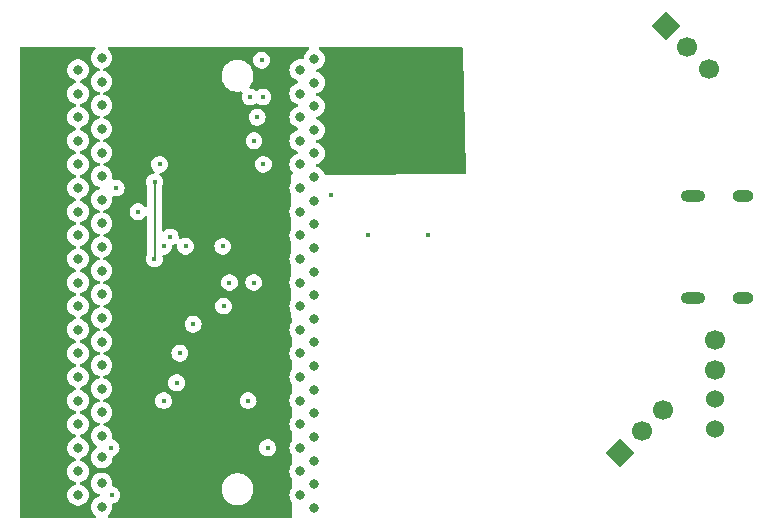
<source format=gbr>
%TF.GenerationSoftware,KiCad,Pcbnew,8.0.2*%
%TF.CreationDate,2024-11-30T10:22:52-06:00*%
%TF.ProjectId,Desktop_50_Pin_TopConn,4465736b-746f-4705-9f35-305f50696e5f,rev?*%
%TF.SameCoordinates,Original*%
%TF.FileFunction,Copper,L2,Inr*%
%TF.FilePolarity,Positive*%
%FSLAX46Y46*%
G04 Gerber Fmt 4.6, Leading zero omitted, Abs format (unit mm)*
G04 Created by KiCad (PCBNEW 8.0.2) date 2024-11-30 10:22:52*
%MOMM*%
%LPD*%
G01*
G04 APERTURE LIST*
G04 Aperture macros list*
%AMHorizOval*
0 Thick line with rounded ends*
0 $1 width*
0 $2 $3 position (X,Y) of the first rounded end (center of the circle)*
0 $4 $5 position (X,Y) of the second rounded end (center of the circle)*
0 Add line between two ends*
20,1,$1,$2,$3,$4,$5,0*
0 Add two circle primitives to create the rounded ends*
1,1,$1,$2,$3*
1,1,$1,$4,$5*%
%AMRotRect*
0 Rectangle, with rotation*
0 The origin of the aperture is its center*
0 $1 length*
0 $2 width*
0 $3 Rotation angle, in degrees counterclockwise*
0 Add horizontal line*
21,1,$1,$2,0,0,$3*%
G04 Aperture macros list end*
%TA.AperFunction,ComponentPad*%
%ADD10O,2.100000X1.000000*%
%TD*%
%TA.AperFunction,ComponentPad*%
%ADD11O,1.800000X1.000000*%
%TD*%
%TA.AperFunction,ComponentPad*%
%ADD12RotRect,1.700000X1.700000X45.000000*%
%TD*%
%TA.AperFunction,ComponentPad*%
%ADD13HorizOval,1.700000X0.000000X0.000000X0.000000X0.000000X0*%
%TD*%
%TA.AperFunction,ComponentPad*%
%ADD14RotRect,1.700000X1.700000X135.000000*%
%TD*%
%TA.AperFunction,ComponentPad*%
%ADD15HorizOval,1.700000X0.000000X0.000000X0.000000X0.000000X0*%
%TD*%
%TA.AperFunction,ComponentPad*%
%ADD16C,1.700000*%
%TD*%
%TA.AperFunction,ComponentPad*%
%ADD17C,1.524000*%
%TD*%
%TA.AperFunction,ViaPad*%
%ADD18C,0.800000*%
%TD*%
%TA.AperFunction,ViaPad*%
%ADD19C,0.400000*%
%TD*%
%TA.AperFunction,Conductor*%
%ADD20C,0.200000*%
%TD*%
G04 APERTURE END LIST*
D10*
%TO.N,GND*%
%TO.C,J12*%
X57075000Y-1320000D03*
D11*
X61275000Y-1320000D03*
D10*
X57075000Y7320000D03*
D11*
X61275000Y7320000D03*
%TD*%
D12*
%TO.N,GND*%
%TO.C,J5*%
X54803949Y21696051D03*
D13*
%TO.N,Net-(J5-Pin_2)*%
X56600000Y19900000D03*
%TO.N,GND*%
X58396051Y18103949D03*
%TD*%
D14*
%TO.N,/Pico/SWCLK*%
%TO.C,J14*%
X50928949Y-14396051D03*
D15*
%TO.N,GND*%
X52725000Y-12600000D03*
%TO.N,/Pico/SWDIO*%
X54521051Y-10803949D03*
%TD*%
D16*
%TO.N,Net-(D4-A)*%
%TO.C,J10*%
X58903500Y-4905400D03*
%TO.N,GND*%
X58903500Y-7405400D03*
D17*
X58903500Y-9905400D03*
%TO.N,unconnected-(J10-12V-Pad4)*%
X58903500Y-12405400D03*
%TD*%
D18*
%TO.N,GND*%
X7000000Y17000000D03*
X7000000Y-9000000D03*
X7000000Y-1000000D03*
X25000000Y-17075000D03*
X25000000Y925000D03*
X25000000Y-1075000D03*
X25000000Y18925000D03*
X7000000Y11000000D03*
X25000000Y2925000D03*
D19*
X12250000Y3075000D03*
D18*
X7000000Y-13000000D03*
X7000000Y5000000D03*
X25000000Y-5075000D03*
X25000000Y-15075000D03*
X25000000Y14925000D03*
D19*
X14100000Y3075000D03*
D18*
X25000000Y8925000D03*
X25000000Y6925000D03*
X25000000Y4925000D03*
X25000000Y-11075000D03*
X7000000Y-3000000D03*
X7000000Y9000000D03*
X25000000Y-3075000D03*
X7000000Y-19000000D03*
X7014889Y-14795000D03*
X7000000Y7000000D03*
X7000000Y-17000000D03*
X25000000Y16925000D03*
X25000000Y12925000D03*
D19*
X17250000Y3050000D03*
D18*
X7000000Y-7000000D03*
X7000000Y19000000D03*
X25000000Y-13075000D03*
X25000000Y10925000D03*
X7000000Y-5000000D03*
X25000000Y-9075000D03*
X7000000Y13000000D03*
X25000000Y-7075000D03*
X25000000Y-19075000D03*
X7000000Y1000000D03*
X7000000Y-11000000D03*
X7000000Y15000000D03*
X7000000Y3000000D03*
D19*
%TO.N,+2V8*%
X20350000Y-16425000D03*
X12975000Y1025000D03*
X11675000Y-16050000D03*
X8750000Y-12450000D03*
X21700000Y-10875000D03*
X16100000Y13125000D03*
X17275000Y-1000000D03*
X26700000Y10400000D03*
X26125000Y18000000D03*
X12325000Y16775000D03*
X18674002Y-12450000D03*
X9125000Y-16050000D03*
X14300000Y-16050000D03*
X10700000Y1000000D03*
X34900000Y18100000D03*
X35975000Y10700000D03*
X9725000Y16700000D03*
X14950000Y16800000D03*
D18*
%TO.N,+5V*%
X5000000Y-16000000D03*
X23800000Y-16000000D03*
D19*
%TO.N,ATN*%
X8225000Y8000000D03*
X26450000Y7400000D03*
D18*
X5000000Y8000000D03*
X23800000Y8000000D03*
D19*
%TO.N,BSY*%
X12807046Y3853991D03*
D18*
X23800000Y4000000D03*
D19*
X29580000Y4000000D03*
X34650000Y3990000D03*
D18*
X5000000Y4000000D03*
D19*
%TO.N,DBP*%
X17825000Y0D03*
X19875000Y0D03*
D18*
X23800000Y0D03*
X5000000Y0D03*
%TO.N,ACK*%
X5000000Y6000000D03*
D19*
X10075000Y6000000D03*
D18*
X23800000Y6000000D03*
D19*
%TO.N,RST*%
X11900000Y10000000D03*
D18*
X5000000Y10000000D03*
D19*
X20700000Y10000000D03*
D18*
X23800000Y10000000D03*
%TO.N,MSG*%
X23800000Y16000000D03*
X5000000Y16000000D03*
D19*
X20650000Y15700000D03*
X19575000Y15700000D03*
%TO.N,SEL*%
X11475000Y2000000D03*
D18*
X5000000Y2000000D03*
X23800000Y2000000D03*
D19*
X11481740Y8509571D03*
%TO.N,CD*%
X20175000Y14000000D03*
D18*
X23800000Y14000000D03*
X5000000Y14000000D03*
%TO.N,REQ*%
X23800000Y18000000D03*
X5000000Y18000000D03*
D19*
X20550000Y18825000D03*
D18*
%TO.N,IO*%
X23800000Y12000000D03*
X5000000Y12000000D03*
D19*
X19900000Y12000000D03*
%TO.N,DB7*%
X7875000Y-18000000D03*
D18*
X23800000Y-18000000D03*
X5000000Y-18000000D03*
D19*
%TO.N,DB6*%
X21050000Y-14000000D03*
D18*
X23800000Y-14000000D03*
D19*
X7800000Y-14000000D03*
D18*
X5000000Y-14000000D03*
%TO.N,DB5*%
X5000000Y-12000000D03*
X23800000Y-12000000D03*
D19*
%TO.N,DB4*%
X12250000Y-10000000D03*
X19400000Y-10000000D03*
D18*
X5000000Y-10000000D03*
X23800000Y-10000000D03*
D19*
%TO.N,DB3*%
X13345112Y-8486883D03*
D18*
X23800000Y-8000000D03*
X5000000Y-8000000D03*
%TO.N,DB2*%
X5000000Y-6000000D03*
X23800000Y-6000000D03*
D19*
X13625000Y-6000000D03*
%TO.N,DB1*%
X14750000Y-3525000D03*
D18*
X23800000Y-4000000D03*
X5000000Y-4000000D03*
%TO.N,DB0*%
X5000000Y-2000000D03*
X23800000Y-2000000D03*
D19*
X17325000Y-2000000D03*
%TD*%
D20*
%TO.N,SEL*%
X11481740Y2006740D02*
X11475000Y2000000D01*
X11481740Y8509571D02*
X11481740Y2006740D01*
%TD*%
%TA.AperFunction,Conductor*%
%TO.N,+2V8*%
G36*
X24551743Y19929815D02*
G01*
X24597498Y19877011D01*
X24607442Y19807853D01*
X24578417Y19744297D01*
X24546698Y19718110D01*
X24543251Y19716121D01*
X24388745Y19603865D01*
X24260959Y19461943D01*
X24165473Y19296557D01*
X24165470Y19296550D01*
X24120022Y19156674D01*
X24106458Y19114928D01*
X24095021Y19006109D01*
X24068436Y18941494D01*
X24011139Y18901510D01*
X23945920Y18897780D01*
X23895487Y18908500D01*
X23704513Y18908500D01*
X23517714Y18868795D01*
X23343246Y18791117D01*
X23188745Y18678865D01*
X23060959Y18536943D01*
X22965473Y18371557D01*
X22965470Y18371550D01*
X22921959Y18237635D01*
X22906458Y18189928D01*
X22886496Y18000000D01*
X22906458Y17810072D01*
X22906459Y17810069D01*
X22965470Y17628451D01*
X22965473Y17628444D01*
X23060960Y17463056D01*
X23188747Y17321134D01*
X23343248Y17208882D01*
X23517712Y17131206D01*
X23542906Y17125851D01*
X23564362Y17121290D01*
X23625844Y17088098D01*
X23659620Y17026935D01*
X23654968Y16957220D01*
X23613363Y16901088D01*
X23564362Y16878710D01*
X23517714Y16868795D01*
X23430480Y16829956D01*
X23345643Y16792184D01*
X23343246Y16791117D01*
X23188745Y16678865D01*
X23060959Y16536943D01*
X22965473Y16371557D01*
X22965470Y16371550D01*
X22914113Y16213489D01*
X22906458Y16189928D01*
X22886496Y16000000D01*
X22906458Y15810072D01*
X22906459Y15810069D01*
X22965470Y15628451D01*
X22965473Y15628444D01*
X23060960Y15463056D01*
X23188747Y15321134D01*
X23343248Y15208882D01*
X23517712Y15131206D01*
X23542906Y15125851D01*
X23564362Y15121290D01*
X23625844Y15088098D01*
X23659620Y15026935D01*
X23654968Y14957220D01*
X23613363Y14901088D01*
X23564362Y14878710D01*
X23517714Y14868795D01*
X23343246Y14791117D01*
X23188745Y14678865D01*
X23060959Y14536943D01*
X22965473Y14371557D01*
X22965470Y14371550D01*
X22906459Y14189932D01*
X22906458Y14189928D01*
X22886496Y14000000D01*
X22906458Y13810072D01*
X22906459Y13810069D01*
X22965470Y13628451D01*
X22965473Y13628444D01*
X23060960Y13463056D01*
X23188747Y13321134D01*
X23343248Y13208882D01*
X23517712Y13131206D01*
X23542906Y13125851D01*
X23564362Y13121290D01*
X23625844Y13088098D01*
X23659620Y13026935D01*
X23654968Y12957220D01*
X23613363Y12901088D01*
X23564362Y12878710D01*
X23517714Y12868795D01*
X23343246Y12791117D01*
X23188745Y12678865D01*
X23060959Y12536943D01*
X22965473Y12371557D01*
X22965470Y12371550D01*
X22906459Y12189932D01*
X22906458Y12189928D01*
X22886496Y12000000D01*
X22906458Y11810072D01*
X22906459Y11810069D01*
X22965470Y11628451D01*
X22965473Y11628444D01*
X23060960Y11463056D01*
X23188747Y11321134D01*
X23343248Y11208882D01*
X23517712Y11131206D01*
X23542906Y11125851D01*
X23564362Y11121290D01*
X23625844Y11088098D01*
X23659620Y11026935D01*
X23654968Y10957220D01*
X23613363Y10901088D01*
X23564362Y10878710D01*
X23517714Y10868795D01*
X23343246Y10791117D01*
X23188745Y10678865D01*
X23060959Y10536943D01*
X22965473Y10371557D01*
X22965470Y10371550D01*
X22906459Y10189932D01*
X22906458Y10189928D01*
X22886496Y10000000D01*
X22906458Y9810072D01*
X22906459Y9810069D01*
X22965470Y9628451D01*
X22965473Y9628444D01*
X23060960Y9463056D01*
X23106361Y9412633D01*
X23175022Y9336377D01*
X23205252Y9273385D01*
X23196627Y9204050D01*
X23151885Y9150385D01*
X23085233Y9129427D01*
X23083045Y9129405D01*
X23026517Y9129326D01*
X19925000Y9125000D01*
X19909498Y10000001D01*
X19986296Y10000001D01*
X19986296Y10000000D01*
X20007034Y9829199D01*
X20049921Y9716117D01*
X20068046Y9668325D01*
X20112540Y9603865D01*
X20165786Y9526726D01*
X20165789Y9526723D01*
X20294567Y9412635D01*
X20294568Y9412635D01*
X20294570Y9412633D01*
X20446917Y9332675D01*
X20446919Y9332675D01*
X20446920Y9332674D01*
X20613972Y9291500D01*
X20786028Y9291500D01*
X20953079Y9332674D01*
X20953079Y9332675D01*
X20953083Y9332675D01*
X21105430Y9412633D01*
X21234215Y9526727D01*
X21331954Y9668325D01*
X21392965Y9829199D01*
X21413704Y10000000D01*
X21392965Y10170801D01*
X21331954Y10331675D01*
X21234215Y10473273D01*
X21234213Y10473275D01*
X21234210Y10473278D01*
X21105432Y10587366D01*
X20953079Y10667327D01*
X20786028Y10708500D01*
X20613972Y10708500D01*
X20446920Y10667327D01*
X20294567Y10587366D01*
X20165789Y10473278D01*
X20165786Y10473275D01*
X20068045Y10331674D01*
X20007034Y10170802D01*
X19986296Y10000001D01*
X19909498Y10000001D01*
X19886617Y11291500D01*
X19986028Y11291500D01*
X20153079Y11332674D01*
X20153079Y11332675D01*
X20153083Y11332675D01*
X20305430Y11412633D01*
X20434215Y11526727D01*
X20531954Y11668325D01*
X20592965Y11829199D01*
X20613704Y12000000D01*
X20592965Y12170801D01*
X20531954Y12331675D01*
X20434215Y12473273D01*
X20434213Y12473275D01*
X20434210Y12473278D01*
X20305432Y12587366D01*
X20153079Y12667327D01*
X19986028Y12708500D01*
X19861513Y12708500D01*
X19849783Y13370534D01*
X19921917Y13332675D01*
X19921919Y13332675D01*
X19921920Y13332674D01*
X20088972Y13291500D01*
X20261028Y13291500D01*
X20428079Y13332674D01*
X20428079Y13332675D01*
X20428083Y13332675D01*
X20580430Y13412633D01*
X20709215Y13526727D01*
X20806954Y13668325D01*
X20867965Y13829199D01*
X20888704Y14000000D01*
X20867965Y14170801D01*
X20806954Y14331675D01*
X20709215Y14473273D01*
X20709213Y14473275D01*
X20709210Y14473278D01*
X20580432Y14587366D01*
X20428079Y14667327D01*
X20261028Y14708500D01*
X20088972Y14708500D01*
X19921920Y14667327D01*
X19827685Y14617869D01*
X19820370Y15030774D01*
X19828083Y15032675D01*
X19980430Y15112633D01*
X20030273Y15156791D01*
X20093505Y15186512D01*
X20162769Y15177329D01*
X20194725Y15156792D01*
X20244570Y15112633D01*
X20396917Y15032675D01*
X20396919Y15032675D01*
X20396920Y15032674D01*
X20563972Y14991500D01*
X20736028Y14991500D01*
X20903079Y15032674D01*
X20903079Y15032675D01*
X20903083Y15032675D01*
X21055430Y15112633D01*
X21184215Y15226727D01*
X21281954Y15368325D01*
X21342965Y15529199D01*
X21363704Y15700000D01*
X21342965Y15870801D01*
X21281954Y16031675D01*
X21184215Y16173273D01*
X21184213Y16173275D01*
X21184210Y16173278D01*
X21055432Y16287366D01*
X20903079Y16367327D01*
X20736028Y16408500D01*
X20563972Y16408500D01*
X20396920Y16367327D01*
X20244569Y16287367D01*
X20194727Y16243210D01*
X20131493Y16213489D01*
X20062230Y16222673D01*
X20030273Y16243210D01*
X19980430Y16287367D01*
X19828079Y16367327D01*
X19796553Y16375098D01*
X19784037Y17081552D01*
X19817246Y17183757D01*
X19850500Y17393713D01*
X19850500Y17606287D01*
X19817246Y17816243D01*
X19768354Y17966714D01*
X19753149Y18825001D01*
X19836296Y18825001D01*
X19836296Y18825000D01*
X19857034Y18654199D01*
X19918045Y18493327D01*
X19918046Y18493325D01*
X20002098Y18371556D01*
X20015786Y18351726D01*
X20015789Y18351723D01*
X20144567Y18237635D01*
X20144568Y18237635D01*
X20144570Y18237633D01*
X20296917Y18157675D01*
X20296919Y18157675D01*
X20296920Y18157674D01*
X20463972Y18116500D01*
X20636028Y18116500D01*
X20803079Y18157674D01*
X20803079Y18157675D01*
X20803083Y18157675D01*
X20955430Y18237633D01*
X21084215Y18351727D01*
X21181954Y18493325D01*
X21242965Y18654199D01*
X21263704Y18825000D01*
X21258387Y18868794D01*
X21242965Y18995802D01*
X21181954Y19156674D01*
X21181954Y19156675D01*
X21084215Y19298273D01*
X21084213Y19298275D01*
X21084210Y19298278D01*
X20955432Y19412366D01*
X20803079Y19492327D01*
X20636028Y19533500D01*
X20463972Y19533500D01*
X20296920Y19492327D01*
X20144567Y19412366D01*
X20015789Y19298278D01*
X20015786Y19298275D01*
X19918045Y19156674D01*
X19857034Y18995802D01*
X19836296Y18825001D01*
X19753149Y18825001D01*
X19733228Y19949500D01*
X24484704Y19949500D01*
X24551743Y19929815D01*
G37*
%TD.AperFunction*%
%TA.AperFunction,Conductor*%
G36*
X37498785Y19929815D02*
G01*
X37544540Y19877011D01*
X37555698Y19828917D01*
X37561901Y19603865D01*
X37846493Y9277239D01*
X37828663Y9209683D01*
X37777139Y9162491D01*
X37722713Y9149823D01*
X25977790Y9133443D01*
X25910723Y9153034D01*
X25864895Y9205774D01*
X25859686Y9219125D01*
X25834529Y9296551D01*
X25834526Y9296557D01*
X25739040Y9461944D01*
X25611253Y9603866D01*
X25456752Y9716118D01*
X25282288Y9793794D01*
X25282286Y9793795D01*
X25235637Y9803710D01*
X25174155Y9836902D01*
X25140379Y9898065D01*
X25145031Y9967780D01*
X25186636Y10023912D01*
X25235637Y10046290D01*
X25282288Y10056206D01*
X25456752Y10133882D01*
X25611253Y10246134D01*
X25739040Y10388056D01*
X25834527Y10553444D01*
X25893542Y10735072D01*
X25913504Y10925000D01*
X25893542Y11114928D01*
X25834527Y11296556D01*
X25739040Y11461944D01*
X25611253Y11603866D01*
X25456752Y11716118D01*
X25282288Y11793794D01*
X25282286Y11793795D01*
X25235637Y11803710D01*
X25174155Y11836902D01*
X25140379Y11898065D01*
X25145031Y11967780D01*
X25186636Y12023912D01*
X25235637Y12046290D01*
X25282288Y12056206D01*
X25456752Y12133882D01*
X25611253Y12246134D01*
X25739040Y12388056D01*
X25834527Y12553444D01*
X25893542Y12735072D01*
X25913504Y12925000D01*
X25893542Y13114928D01*
X25834527Y13296556D01*
X25739040Y13461944D01*
X25611253Y13603866D01*
X25456752Y13716118D01*
X25282288Y13793794D01*
X25282286Y13793795D01*
X25235637Y13803710D01*
X25174155Y13836902D01*
X25140379Y13898065D01*
X25145031Y13967780D01*
X25186636Y14023912D01*
X25235637Y14046290D01*
X25282288Y14056206D01*
X25456752Y14133882D01*
X25611253Y14246134D01*
X25739040Y14388056D01*
X25834527Y14553444D01*
X25893542Y14735072D01*
X25913504Y14925000D01*
X25893542Y15114928D01*
X25834527Y15296556D01*
X25739040Y15461944D01*
X25611253Y15603866D01*
X25456752Y15716118D01*
X25282288Y15793794D01*
X25282286Y15793795D01*
X25235637Y15803710D01*
X25174155Y15836902D01*
X25140379Y15898065D01*
X25145031Y15967780D01*
X25186636Y16023912D01*
X25235637Y16046290D01*
X25282288Y16056206D01*
X25456752Y16133882D01*
X25611253Y16246134D01*
X25739040Y16388056D01*
X25834527Y16553444D01*
X25893542Y16735072D01*
X25913504Y16925000D01*
X25893542Y17114928D01*
X25834527Y17296556D01*
X25739040Y17461944D01*
X25611253Y17603866D01*
X25456752Y17716118D01*
X25282288Y17793794D01*
X25282286Y17793795D01*
X25235637Y17803710D01*
X25174155Y17836902D01*
X25140379Y17898065D01*
X25145031Y17967780D01*
X25186636Y18023912D01*
X25235637Y18046290D01*
X25282288Y18056206D01*
X25456752Y18133882D01*
X25611253Y18246134D01*
X25739040Y18388056D01*
X25834527Y18553444D01*
X25893542Y18735072D01*
X25913504Y18925000D01*
X25893542Y19114928D01*
X25834527Y19296556D01*
X25739040Y19461944D01*
X25611253Y19603866D01*
X25456752Y19716118D01*
X25456748Y19716121D01*
X25453302Y19718110D01*
X25451704Y19719785D01*
X25451494Y19719938D01*
X25451522Y19719977D01*
X25405083Y19768674D01*
X25391857Y19837280D01*
X25417821Y19902146D01*
X25474733Y19942678D01*
X25515296Y19949500D01*
X37431746Y19949500D01*
X37498785Y19929815D01*
G37*
%TD.AperFunction*%
%TD*%
%TA.AperFunction,Conductor*%
%TO.N,+2V8*%
G36*
X6446649Y19929815D02*
G01*
X6492404Y19877011D01*
X6502348Y19807853D01*
X6473323Y19744297D01*
X6452498Y19725185D01*
X6417642Y19699860D01*
X6388745Y19678865D01*
X6260959Y19536943D01*
X6165473Y19371557D01*
X6165470Y19371550D01*
X6106459Y19189932D01*
X6106458Y19189928D01*
X6086496Y19000000D01*
X6106458Y18810072D01*
X6106459Y18810069D01*
X6165470Y18628451D01*
X6165473Y18628444D01*
X6260960Y18463056D01*
X6388747Y18321134D01*
X6543248Y18208882D01*
X6717712Y18131206D01*
X6742906Y18125851D01*
X6764362Y18121290D01*
X6825844Y18088098D01*
X6859620Y18026935D01*
X6854968Y17957220D01*
X6813363Y17901088D01*
X6764362Y17878710D01*
X6717714Y17868795D01*
X6543246Y17791117D01*
X6388745Y17678865D01*
X6260959Y17536943D01*
X6165473Y17371557D01*
X6165470Y17371550D01*
X6106459Y17189932D01*
X6106458Y17189928D01*
X6086496Y17000000D01*
X6106458Y16810072D01*
X6106459Y16810069D01*
X6165470Y16628451D01*
X6165473Y16628444D01*
X6260960Y16463056D01*
X6388747Y16321134D01*
X6543248Y16208882D01*
X6717712Y16131206D01*
X6740402Y16126383D01*
X6764362Y16121290D01*
X6825844Y16088098D01*
X6859620Y16026935D01*
X6854968Y15957220D01*
X6813363Y15901088D01*
X6764362Y15878710D01*
X6717714Y15868795D01*
X6543246Y15791117D01*
X6388745Y15678865D01*
X6260959Y15536943D01*
X6165473Y15371557D01*
X6165470Y15371550D01*
X6106459Y15189932D01*
X6106458Y15189928D01*
X6086496Y15000000D01*
X6106458Y14810072D01*
X6106459Y14810069D01*
X6165470Y14628451D01*
X6165473Y14628444D01*
X6260960Y14463056D01*
X6388747Y14321134D01*
X6543248Y14208882D01*
X6717712Y14131206D01*
X6742906Y14125851D01*
X6764362Y14121290D01*
X6825844Y14088098D01*
X6859620Y14026935D01*
X6854968Y13957220D01*
X6813363Y13901088D01*
X6764362Y13878710D01*
X6717714Y13868795D01*
X6543246Y13791117D01*
X6388745Y13678865D01*
X6260959Y13536943D01*
X6165473Y13371557D01*
X6165470Y13371550D01*
X6106459Y13189932D01*
X6106458Y13189928D01*
X6086496Y13000000D01*
X6106458Y12810072D01*
X6106459Y12810069D01*
X6165470Y12628451D01*
X6165473Y12628444D01*
X6260960Y12463056D01*
X6388747Y12321134D01*
X6543248Y12208882D01*
X6717712Y12131206D01*
X6742906Y12125851D01*
X6764362Y12121290D01*
X6825844Y12088098D01*
X6859620Y12026935D01*
X6854968Y11957220D01*
X6813363Y11901088D01*
X6764362Y11878710D01*
X6717714Y11868795D01*
X6543246Y11791117D01*
X6388745Y11678865D01*
X6260959Y11536943D01*
X6165473Y11371557D01*
X6165470Y11371550D01*
X6106459Y11189932D01*
X6106458Y11189928D01*
X6086496Y11000000D01*
X6106458Y10810072D01*
X6106459Y10810069D01*
X6165470Y10628451D01*
X6165473Y10628444D01*
X6260960Y10463056D01*
X6388747Y10321134D01*
X6543248Y10208882D01*
X6717712Y10131206D01*
X6742906Y10125851D01*
X6764362Y10121290D01*
X6825844Y10088098D01*
X6859620Y10026935D01*
X6854968Y9957220D01*
X6813363Y9901088D01*
X6764362Y9878710D01*
X6717714Y9868795D01*
X6543246Y9791117D01*
X6388745Y9678865D01*
X6260959Y9536943D01*
X6165473Y9371557D01*
X6165470Y9371550D01*
X6110980Y9203846D01*
X6106458Y9189928D01*
X6086496Y9000000D01*
X6106458Y8810072D01*
X6106459Y8810069D01*
X6165470Y8628451D01*
X6165473Y8628444D01*
X6260960Y8463056D01*
X6388747Y8321134D01*
X6543248Y8208882D01*
X6717712Y8131206D01*
X6742906Y8125851D01*
X6764362Y8121290D01*
X6825844Y8088098D01*
X6859620Y8026935D01*
X6854968Y7957220D01*
X6813363Y7901088D01*
X6764362Y7878710D01*
X6717714Y7868795D01*
X6543246Y7791117D01*
X6388745Y7678865D01*
X6260959Y7536943D01*
X6165473Y7371557D01*
X6165470Y7371550D01*
X6106459Y7189932D01*
X6106458Y7189928D01*
X6086496Y7000000D01*
X6106458Y6810072D01*
X6106459Y6810069D01*
X6165470Y6628451D01*
X6165473Y6628444D01*
X6260960Y6463056D01*
X6388747Y6321134D01*
X6543248Y6208882D01*
X6717712Y6131206D01*
X6742906Y6125851D01*
X6764362Y6121290D01*
X6825844Y6088098D01*
X6859620Y6026935D01*
X6854968Y5957220D01*
X6813363Y5901088D01*
X6764362Y5878710D01*
X6717714Y5868795D01*
X6543246Y5791117D01*
X6388745Y5678865D01*
X6260959Y5536943D01*
X6165473Y5371557D01*
X6165470Y5371550D01*
X6106459Y5189932D01*
X6106458Y5189928D01*
X6086496Y5000000D01*
X6106458Y4810072D01*
X6106459Y4810069D01*
X6165470Y4628451D01*
X6165473Y4628444D01*
X6260960Y4463056D01*
X6282028Y4439658D01*
X6383227Y4327264D01*
X6388747Y4321134D01*
X6543248Y4208882D01*
X6717712Y4131206D01*
X6742906Y4125851D01*
X6764362Y4121290D01*
X6825844Y4088098D01*
X6859620Y4026935D01*
X6854968Y3957220D01*
X6813363Y3901088D01*
X6764362Y3878710D01*
X6717714Y3868795D01*
X6543246Y3791117D01*
X6388745Y3678865D01*
X6260959Y3536943D01*
X6165473Y3371557D01*
X6165470Y3371550D01*
X6109381Y3198925D01*
X6106458Y3189928D01*
X6086496Y3000000D01*
X6106458Y2810072D01*
X6106459Y2810069D01*
X6165470Y2628451D01*
X6165473Y2628444D01*
X6260960Y2463056D01*
X6357453Y2355890D01*
X6368500Y2343620D01*
X6388747Y2321134D01*
X6543248Y2208882D01*
X6717712Y2131206D01*
X6742906Y2125851D01*
X6764362Y2121290D01*
X6825844Y2088098D01*
X6859620Y2026935D01*
X6854968Y1957220D01*
X6813363Y1901088D01*
X6764362Y1878710D01*
X6717714Y1868795D01*
X6543246Y1791117D01*
X6388745Y1678865D01*
X6260959Y1536943D01*
X6165473Y1371557D01*
X6165470Y1371550D01*
X6106459Y1189932D01*
X6106458Y1189928D01*
X6086496Y1000000D01*
X6106458Y810072D01*
X6106459Y810069D01*
X6165470Y628451D01*
X6165473Y628444D01*
X6260960Y463056D01*
X6388747Y321134D01*
X6543248Y208882D01*
X6717712Y131206D01*
X6742906Y125851D01*
X6764362Y121290D01*
X6825844Y88098D01*
X6859620Y26935D01*
X6854968Y-42780D01*
X6813363Y-98912D01*
X6764362Y-121290D01*
X6717714Y-131205D01*
X6543246Y-208883D01*
X6388745Y-321135D01*
X6260959Y-463057D01*
X6165473Y-628443D01*
X6165470Y-628450D01*
X6106459Y-810068D01*
X6106458Y-810072D01*
X6086496Y-1000000D01*
X6106458Y-1189928D01*
X6106459Y-1189931D01*
X6165470Y-1371549D01*
X6165473Y-1371556D01*
X6260960Y-1536944D01*
X6388747Y-1678866D01*
X6543248Y-1791118D01*
X6717712Y-1868794D01*
X6742906Y-1874149D01*
X6764362Y-1878710D01*
X6825844Y-1911902D01*
X6859620Y-1973065D01*
X6854968Y-2042780D01*
X6813363Y-2098912D01*
X6764362Y-2121290D01*
X6717714Y-2131205D01*
X6543246Y-2208883D01*
X6388745Y-2321135D01*
X6260959Y-2463057D01*
X6165473Y-2628443D01*
X6165470Y-2628450D01*
X6106459Y-2810068D01*
X6106458Y-2810072D01*
X6086496Y-3000000D01*
X6106458Y-3189928D01*
X6106459Y-3189931D01*
X6165470Y-3371549D01*
X6165473Y-3371556D01*
X6260960Y-3536944D01*
X6388747Y-3678866D01*
X6543248Y-3791118D01*
X6717712Y-3868794D01*
X6742906Y-3874149D01*
X6764362Y-3878710D01*
X6825844Y-3911902D01*
X6859620Y-3973065D01*
X6854968Y-4042780D01*
X6813363Y-4098912D01*
X6764362Y-4121290D01*
X6717714Y-4131205D01*
X6543246Y-4208883D01*
X6388745Y-4321135D01*
X6260959Y-4463057D01*
X6165473Y-4628443D01*
X6165470Y-4628450D01*
X6106459Y-4810068D01*
X6106458Y-4810072D01*
X6086496Y-5000000D01*
X6106458Y-5189928D01*
X6106459Y-5189931D01*
X6165470Y-5371549D01*
X6165473Y-5371556D01*
X6260960Y-5536944D01*
X6388747Y-5678866D01*
X6543248Y-5791118D01*
X6717712Y-5868794D01*
X6742906Y-5874149D01*
X6764362Y-5878710D01*
X6825844Y-5911902D01*
X6859620Y-5973065D01*
X6854968Y-6042780D01*
X6813363Y-6098912D01*
X6764362Y-6121290D01*
X6717714Y-6131205D01*
X6543246Y-6208883D01*
X6388745Y-6321135D01*
X6260959Y-6463057D01*
X6165473Y-6628443D01*
X6165470Y-6628450D01*
X6106459Y-6810068D01*
X6106458Y-6810072D01*
X6086496Y-7000000D01*
X6106458Y-7189928D01*
X6106459Y-7189931D01*
X6165470Y-7371549D01*
X6165473Y-7371556D01*
X6260960Y-7536944D01*
X6388747Y-7678866D01*
X6543248Y-7791118D01*
X6717712Y-7868794D01*
X6742906Y-7874149D01*
X6764362Y-7878710D01*
X6825844Y-7911902D01*
X6859620Y-7973065D01*
X6854968Y-8042780D01*
X6813363Y-8098912D01*
X6764362Y-8121290D01*
X6717714Y-8131205D01*
X6543246Y-8208883D01*
X6388745Y-8321135D01*
X6260959Y-8463057D01*
X6165473Y-8628443D01*
X6165470Y-8628450D01*
X6106459Y-8810068D01*
X6106458Y-8810072D01*
X6086496Y-9000000D01*
X6106458Y-9189928D01*
X6106459Y-9189931D01*
X6165470Y-9371549D01*
X6165473Y-9371556D01*
X6260960Y-9536944D01*
X6388747Y-9678866D01*
X6543248Y-9791118D01*
X6717712Y-9868794D01*
X6742906Y-9874149D01*
X6764362Y-9878710D01*
X6825844Y-9911902D01*
X6859620Y-9973065D01*
X6854968Y-10042780D01*
X6813363Y-10098912D01*
X6764362Y-10121290D01*
X6717714Y-10131205D01*
X6543246Y-10208883D01*
X6388745Y-10321135D01*
X6260959Y-10463057D01*
X6165473Y-10628443D01*
X6165470Y-10628450D01*
X6106459Y-10810068D01*
X6106458Y-10810072D01*
X6086496Y-11000000D01*
X6106458Y-11189928D01*
X6106459Y-11189931D01*
X6165470Y-11371549D01*
X6165473Y-11371556D01*
X6260960Y-11536944D01*
X6388747Y-11678866D01*
X6543248Y-11791118D01*
X6717712Y-11868794D01*
X6742906Y-11874149D01*
X6764362Y-11878710D01*
X6825844Y-11911902D01*
X6859620Y-11973065D01*
X6854968Y-12042780D01*
X6813363Y-12098912D01*
X6764362Y-12121290D01*
X6717714Y-12131205D01*
X6543246Y-12208883D01*
X6388745Y-12321135D01*
X6260959Y-12463057D01*
X6165473Y-12628443D01*
X6165470Y-12628450D01*
X6106459Y-12810068D01*
X6106458Y-12810072D01*
X6086496Y-13000000D01*
X6106458Y-13189928D01*
X6106459Y-13189931D01*
X6165470Y-13371549D01*
X6165473Y-13371556D01*
X6260960Y-13536944D01*
X6388747Y-13678866D01*
X6543248Y-13791118D01*
X6548871Y-13794364D01*
X6547429Y-13796860D01*
X6591076Y-13833949D01*
X6611407Y-13900796D01*
X6592371Y-13968022D01*
X6560299Y-14002311D01*
X6403634Y-14116135D01*
X6275848Y-14258057D01*
X6180362Y-14423443D01*
X6180359Y-14423450D01*
X6121348Y-14605068D01*
X6121347Y-14605072D01*
X6101385Y-14795000D01*
X6121347Y-14984928D01*
X6121348Y-14984931D01*
X6180359Y-15166549D01*
X6180362Y-15166556D01*
X6275849Y-15331944D01*
X6285724Y-15342911D01*
X6393903Y-15463057D01*
X6403636Y-15473866D01*
X6558137Y-15586118D01*
X6732601Y-15663794D01*
X6919402Y-15703500D01*
X7110376Y-15703500D01*
X7297177Y-15663794D01*
X7471641Y-15586118D01*
X7626142Y-15473866D01*
X7753929Y-15331944D01*
X7849416Y-15166556D01*
X7908431Y-14984928D01*
X7928393Y-14795000D01*
X7928392Y-14794997D01*
X7929072Y-14788536D01*
X7930312Y-14788666D01*
X7948078Y-14728166D01*
X8000882Y-14682411D01*
X8022708Y-14674811D01*
X8053083Y-14667325D01*
X8205430Y-14587367D01*
X8334215Y-14473273D01*
X8431954Y-14331675D01*
X8492965Y-14170801D01*
X8513704Y-14000000D01*
X8513704Y-13999999D01*
X20336296Y-13999999D01*
X20336296Y-14000000D01*
X20357034Y-14170801D01*
X20418045Y-14331673D01*
X20418046Y-14331675D01*
X20515785Y-14473273D01*
X20515786Y-14473274D01*
X20515789Y-14473277D01*
X20644567Y-14587365D01*
X20644568Y-14587365D01*
X20644570Y-14587367D01*
X20796917Y-14667325D01*
X20796919Y-14667325D01*
X20796920Y-14667326D01*
X20963972Y-14708500D01*
X21136028Y-14708500D01*
X21303079Y-14667326D01*
X21303079Y-14667325D01*
X21303083Y-14667325D01*
X21455430Y-14587367D01*
X21584215Y-14473273D01*
X21681954Y-14331675D01*
X21742965Y-14170801D01*
X21763704Y-14000000D01*
X21751659Y-13900796D01*
X21742965Y-13829198D01*
X21712459Y-13748762D01*
X21681954Y-13668325D01*
X21584215Y-13526727D01*
X21584213Y-13526725D01*
X21584210Y-13526722D01*
X21455432Y-13412634D01*
X21303079Y-13332673D01*
X21136028Y-13291500D01*
X20963972Y-13291500D01*
X20796920Y-13332673D01*
X20644567Y-13412634D01*
X20515789Y-13526722D01*
X20515786Y-13526725D01*
X20418045Y-13668326D01*
X20357034Y-13829198D01*
X20336296Y-13999999D01*
X8513704Y-13999999D01*
X8501659Y-13900796D01*
X8492965Y-13829198D01*
X8462459Y-13748762D01*
X8431954Y-13668325D01*
X8334215Y-13526727D01*
X8334213Y-13526725D01*
X8334210Y-13526722D01*
X8205432Y-13412634D01*
X8053079Y-13332673D01*
X7987889Y-13316606D01*
X7927508Y-13281450D01*
X7895720Y-13219230D01*
X7894243Y-13183255D01*
X7913504Y-13000000D01*
X7893542Y-12810072D01*
X7834527Y-12628444D01*
X7739040Y-12463056D01*
X7611253Y-12321134D01*
X7456752Y-12208882D01*
X7282288Y-12131206D01*
X7282286Y-12131205D01*
X7235637Y-12121290D01*
X7174155Y-12088098D01*
X7140379Y-12026935D01*
X7145031Y-11957220D01*
X7186636Y-11901088D01*
X7235637Y-11878710D01*
X7282288Y-11868794D01*
X7456752Y-11791118D01*
X7611253Y-11678866D01*
X7739040Y-11536944D01*
X7834527Y-11371556D01*
X7893542Y-11189928D01*
X7913504Y-11000000D01*
X7893542Y-10810072D01*
X7834527Y-10628444D01*
X7739040Y-10463056D01*
X7611253Y-10321134D01*
X7456752Y-10208882D01*
X7282288Y-10131206D01*
X7282286Y-10131205D01*
X7235637Y-10121290D01*
X7174155Y-10088098D01*
X7140379Y-10026935D01*
X7142176Y-9999999D01*
X11536296Y-9999999D01*
X11536296Y-10000000D01*
X11557034Y-10170801D01*
X11618045Y-10331673D01*
X11618046Y-10331675D01*
X11715785Y-10473273D01*
X11715786Y-10473274D01*
X11715789Y-10473277D01*
X11844567Y-10587365D01*
X11844568Y-10587365D01*
X11844570Y-10587367D01*
X11996917Y-10667325D01*
X11996919Y-10667325D01*
X11996920Y-10667326D01*
X12163972Y-10708500D01*
X12336028Y-10708500D01*
X12503079Y-10667326D01*
X12503079Y-10667325D01*
X12503083Y-10667325D01*
X12655430Y-10587367D01*
X12784215Y-10473273D01*
X12881954Y-10331675D01*
X12942965Y-10170801D01*
X12963704Y-10000000D01*
X12963704Y-9999999D01*
X18686296Y-9999999D01*
X18686296Y-10000000D01*
X18707034Y-10170801D01*
X18768045Y-10331673D01*
X18768046Y-10331675D01*
X18865785Y-10473273D01*
X18865786Y-10473274D01*
X18865789Y-10473277D01*
X18994567Y-10587365D01*
X18994568Y-10587365D01*
X18994570Y-10587367D01*
X19146917Y-10667325D01*
X19146919Y-10667325D01*
X19146920Y-10667326D01*
X19313972Y-10708500D01*
X19486028Y-10708500D01*
X19653079Y-10667326D01*
X19653079Y-10667325D01*
X19653083Y-10667325D01*
X19805430Y-10587367D01*
X19934215Y-10473273D01*
X20031954Y-10331675D01*
X20092965Y-10170801D01*
X20113704Y-10000000D01*
X20110434Y-9973065D01*
X20092965Y-9829198D01*
X20062459Y-9748762D01*
X20031954Y-9668325D01*
X19934215Y-9526727D01*
X19934213Y-9526725D01*
X19934210Y-9526722D01*
X19805432Y-9412634D01*
X19653079Y-9332673D01*
X19486028Y-9291500D01*
X19313972Y-9291500D01*
X19146920Y-9332673D01*
X18994567Y-9412634D01*
X18865789Y-9526722D01*
X18865786Y-9526725D01*
X18768045Y-9668326D01*
X18707034Y-9829198D01*
X18686296Y-9999999D01*
X12963704Y-9999999D01*
X12960434Y-9973065D01*
X12942965Y-9829198D01*
X12912459Y-9748762D01*
X12881954Y-9668325D01*
X12784215Y-9526727D01*
X12784213Y-9526725D01*
X12784210Y-9526722D01*
X12655432Y-9412634D01*
X12503079Y-9332673D01*
X12336028Y-9291500D01*
X12163972Y-9291500D01*
X11996920Y-9332673D01*
X11844567Y-9412634D01*
X11715789Y-9526722D01*
X11715786Y-9526725D01*
X11618045Y-9668326D01*
X11557034Y-9829198D01*
X11536296Y-9999999D01*
X7142176Y-9999999D01*
X7145031Y-9957220D01*
X7186636Y-9901088D01*
X7235637Y-9878710D01*
X7282288Y-9868794D01*
X7456752Y-9791118D01*
X7611253Y-9678866D01*
X7739040Y-9536944D01*
X7834527Y-9371556D01*
X7893542Y-9189928D01*
X7913504Y-9000000D01*
X7893542Y-8810072D01*
X7834527Y-8628444D01*
X7752796Y-8486882D01*
X12631408Y-8486882D01*
X12631408Y-8486883D01*
X12652146Y-8657684D01*
X12713157Y-8818556D01*
X12713158Y-8818558D01*
X12810897Y-8960156D01*
X12810898Y-8960157D01*
X12810901Y-8960160D01*
X12939679Y-9074248D01*
X12939680Y-9074248D01*
X12939682Y-9074250D01*
X13092029Y-9154208D01*
X13092031Y-9154208D01*
X13092032Y-9154209D01*
X13259084Y-9195383D01*
X13431140Y-9195383D01*
X13598191Y-9154209D01*
X13598191Y-9154208D01*
X13598195Y-9154208D01*
X13750542Y-9074250D01*
X13879327Y-8960156D01*
X13977066Y-8818558D01*
X14038077Y-8657684D01*
X14058816Y-8486883D01*
X14038691Y-8321134D01*
X14038077Y-8316081D01*
X13997422Y-8208882D01*
X13977066Y-8155208D01*
X13879327Y-8013610D01*
X13879325Y-8013608D01*
X13879322Y-8013605D01*
X13750544Y-7899517D01*
X13598191Y-7819556D01*
X13431140Y-7778383D01*
X13259084Y-7778383D01*
X13092032Y-7819556D01*
X12939679Y-7899517D01*
X12810901Y-8013605D01*
X12810898Y-8013608D01*
X12713157Y-8155209D01*
X12652146Y-8316081D01*
X12631408Y-8486882D01*
X7752796Y-8486882D01*
X7739040Y-8463056D01*
X7611253Y-8321134D01*
X7456752Y-8208882D01*
X7282288Y-8131206D01*
X7282286Y-8131205D01*
X7235637Y-8121290D01*
X7174155Y-8088098D01*
X7140379Y-8026935D01*
X7145031Y-7957220D01*
X7186636Y-7901088D01*
X7235637Y-7878710D01*
X7282288Y-7868794D01*
X7456752Y-7791118D01*
X7611253Y-7678866D01*
X7739040Y-7536944D01*
X7834527Y-7371556D01*
X7893542Y-7189928D01*
X7913504Y-7000000D01*
X7893542Y-6810072D01*
X7834527Y-6628444D01*
X7739040Y-6463056D01*
X7611253Y-6321134D01*
X7456752Y-6208882D01*
X7282288Y-6131206D01*
X7282286Y-6131205D01*
X7235637Y-6121290D01*
X7174155Y-6088098D01*
X7140379Y-6026935D01*
X7142176Y-5999999D01*
X12911296Y-5999999D01*
X12911296Y-6000000D01*
X12932034Y-6170801D01*
X12993045Y-6331673D01*
X12993046Y-6331675D01*
X13090785Y-6473273D01*
X13090786Y-6473274D01*
X13090789Y-6473277D01*
X13219567Y-6587365D01*
X13219568Y-6587365D01*
X13219570Y-6587367D01*
X13371917Y-6667325D01*
X13371919Y-6667325D01*
X13371920Y-6667326D01*
X13538972Y-6708500D01*
X13711028Y-6708500D01*
X13878079Y-6667326D01*
X13878079Y-6667325D01*
X13878083Y-6667325D01*
X14030430Y-6587367D01*
X14159215Y-6473273D01*
X14256954Y-6331675D01*
X14317965Y-6170801D01*
X14338704Y-6000000D01*
X14335434Y-5973065D01*
X14317965Y-5829198D01*
X14287459Y-5748762D01*
X14256954Y-5668325D01*
X14159215Y-5526727D01*
X14159213Y-5526725D01*
X14159210Y-5526722D01*
X14030432Y-5412634D01*
X13878079Y-5332673D01*
X13711028Y-5291500D01*
X13538972Y-5291500D01*
X13371920Y-5332673D01*
X13219567Y-5412634D01*
X13090789Y-5526722D01*
X13090786Y-5526725D01*
X12993045Y-5668326D01*
X12932034Y-5829198D01*
X12911296Y-5999999D01*
X7142176Y-5999999D01*
X7145031Y-5957220D01*
X7186636Y-5901088D01*
X7235637Y-5878710D01*
X7282288Y-5868794D01*
X7456752Y-5791118D01*
X7611253Y-5678866D01*
X7739040Y-5536944D01*
X7834527Y-5371556D01*
X7893542Y-5189928D01*
X7913504Y-5000000D01*
X7893542Y-4810072D01*
X7834527Y-4628444D01*
X7739040Y-4463056D01*
X7611253Y-4321134D01*
X7456752Y-4208882D01*
X7282288Y-4131206D01*
X7282286Y-4131205D01*
X7235637Y-4121290D01*
X7174155Y-4088098D01*
X7140379Y-4026935D01*
X7145031Y-3957220D01*
X7186636Y-3901088D01*
X7235637Y-3878710D01*
X7282288Y-3868794D01*
X7456752Y-3791118D01*
X7611253Y-3678866D01*
X7739040Y-3536944D01*
X7745936Y-3524999D01*
X14036296Y-3524999D01*
X14036296Y-3525000D01*
X14057034Y-3695801D01*
X14118045Y-3856673D01*
X14118046Y-3856675D01*
X14153819Y-3908500D01*
X14215786Y-3998274D01*
X14215789Y-3998277D01*
X14344567Y-4112365D01*
X14344568Y-4112365D01*
X14344570Y-4112367D01*
X14496917Y-4192325D01*
X14496919Y-4192325D01*
X14496920Y-4192326D01*
X14663972Y-4233500D01*
X14836028Y-4233500D01*
X15003079Y-4192326D01*
X15003079Y-4192325D01*
X15003083Y-4192325D01*
X15155430Y-4112367D01*
X15284215Y-3998273D01*
X15381954Y-3856675D01*
X15442965Y-3695801D01*
X15463704Y-3525000D01*
X15442965Y-3354199D01*
X15381954Y-3193325D01*
X15284215Y-3051727D01*
X15284213Y-3051725D01*
X15284210Y-3051722D01*
X15155432Y-2937634D01*
X15003079Y-2857673D01*
X14836028Y-2816500D01*
X14663972Y-2816500D01*
X14496920Y-2857673D01*
X14344567Y-2937634D01*
X14215789Y-3051722D01*
X14215786Y-3051725D01*
X14118045Y-3193326D01*
X14057034Y-3354198D01*
X14036296Y-3524999D01*
X7745936Y-3524999D01*
X7834527Y-3371556D01*
X7893542Y-3189928D01*
X7913504Y-3000000D01*
X7893542Y-2810072D01*
X7834527Y-2628444D01*
X7739040Y-2463056D01*
X7611253Y-2321134D01*
X7456752Y-2208882D01*
X7282288Y-2131206D01*
X7282286Y-2131205D01*
X7235637Y-2121290D01*
X7174155Y-2088098D01*
X7140379Y-2026935D01*
X7142176Y-1999999D01*
X16611296Y-1999999D01*
X16611296Y-2000000D01*
X16632034Y-2170801D01*
X16693045Y-2331673D01*
X16693046Y-2331675D01*
X16790785Y-2473273D01*
X16790786Y-2473274D01*
X16790789Y-2473277D01*
X16919567Y-2587365D01*
X16919568Y-2587365D01*
X16919570Y-2587367D01*
X17071917Y-2667325D01*
X17071919Y-2667325D01*
X17071920Y-2667326D01*
X17238972Y-2708500D01*
X17411028Y-2708500D01*
X17578079Y-2667326D01*
X17578079Y-2667325D01*
X17578083Y-2667325D01*
X17730430Y-2587367D01*
X17859215Y-2473273D01*
X17956954Y-2331675D01*
X18017965Y-2170801D01*
X18038704Y-2000000D01*
X18035434Y-1973065D01*
X18017965Y-1829198D01*
X17987459Y-1748762D01*
X17956954Y-1668325D01*
X17859215Y-1526727D01*
X17859213Y-1526725D01*
X17859210Y-1526722D01*
X17730432Y-1412634D01*
X17578079Y-1332673D01*
X17411028Y-1291500D01*
X17238972Y-1291500D01*
X17071920Y-1332673D01*
X16919567Y-1412634D01*
X16790789Y-1526722D01*
X16790786Y-1526725D01*
X16693045Y-1668326D01*
X16632034Y-1829198D01*
X16611296Y-1999999D01*
X7142176Y-1999999D01*
X7145031Y-1957220D01*
X7186636Y-1901088D01*
X7235637Y-1878710D01*
X7282288Y-1868794D01*
X7456752Y-1791118D01*
X7611253Y-1678866D01*
X7739040Y-1536944D01*
X7834527Y-1371556D01*
X7893542Y-1189928D01*
X7913504Y-1000000D01*
X7893542Y-810072D01*
X7834527Y-628444D01*
X7739040Y-463056D01*
X7611253Y-321134D01*
X7456752Y-208882D01*
X7282288Y-131206D01*
X7282286Y-131205D01*
X7235637Y-121290D01*
X7174155Y-88098D01*
X7140379Y-26935D01*
X7142176Y1D01*
X17111296Y1D01*
X17111296Y0D01*
X17132034Y-170801D01*
X17193045Y-331673D01*
X17193046Y-331675D01*
X17290785Y-473273D01*
X17290786Y-473274D01*
X17290789Y-473277D01*
X17419567Y-587365D01*
X17419568Y-587365D01*
X17419570Y-587367D01*
X17571917Y-667325D01*
X17571919Y-667325D01*
X17571920Y-667326D01*
X17738972Y-708500D01*
X17911028Y-708500D01*
X18078079Y-667326D01*
X18078079Y-667325D01*
X18078083Y-667325D01*
X18230430Y-587367D01*
X18359215Y-473273D01*
X18456954Y-331675D01*
X18517965Y-170801D01*
X18538704Y0D01*
X18538704Y1D01*
X19161296Y1D01*
X19161296Y0D01*
X19182034Y-170801D01*
X19243045Y-331673D01*
X19243046Y-331675D01*
X19340785Y-473273D01*
X19340786Y-473274D01*
X19340789Y-473277D01*
X19469567Y-587365D01*
X19469568Y-587365D01*
X19469570Y-587367D01*
X19621917Y-667325D01*
X19621919Y-667325D01*
X19621920Y-667326D01*
X19788972Y-708500D01*
X19961028Y-708500D01*
X20128079Y-667326D01*
X20128079Y-667325D01*
X20128083Y-667325D01*
X20280430Y-587367D01*
X20409215Y-473273D01*
X20506954Y-331675D01*
X20567965Y-170801D01*
X20588704Y0D01*
X20585434Y26935D01*
X20567965Y170802D01*
X20537459Y251238D01*
X20506954Y331675D01*
X20409215Y473273D01*
X20409213Y473275D01*
X20409210Y473278D01*
X20280432Y587366D01*
X20128079Y667327D01*
X19961028Y708500D01*
X19788972Y708500D01*
X19621920Y667327D01*
X19469567Y587366D01*
X19340789Y473278D01*
X19340786Y473275D01*
X19243045Y331674D01*
X19182034Y170802D01*
X19161296Y1D01*
X18538704Y1D01*
X18535434Y26935D01*
X18517965Y170802D01*
X18487459Y251238D01*
X18456954Y331675D01*
X18359215Y473273D01*
X18359213Y473275D01*
X18359210Y473278D01*
X18230432Y587366D01*
X18078079Y667327D01*
X17911028Y708500D01*
X17738972Y708500D01*
X17571920Y667327D01*
X17419567Y587366D01*
X17290789Y473278D01*
X17290786Y473275D01*
X17193045Y331674D01*
X17132034Y170802D01*
X17111296Y1D01*
X7142176Y1D01*
X7145031Y42780D01*
X7186636Y98912D01*
X7235637Y121290D01*
X7282288Y131206D01*
X7456752Y208882D01*
X7611253Y321134D01*
X7739040Y463056D01*
X7834527Y628444D01*
X7893542Y810072D01*
X7913504Y1000000D01*
X7893542Y1189928D01*
X7834527Y1371556D01*
X7739040Y1536944D01*
X7611253Y1678866D01*
X7456752Y1791118D01*
X7282288Y1868794D01*
X7282286Y1868795D01*
X7235637Y1878710D01*
X7174155Y1911902D01*
X7140379Y1973065D01*
X7145031Y2042780D01*
X7186636Y2098912D01*
X7235637Y2121290D01*
X7282288Y2131206D01*
X7456752Y2208882D01*
X7611253Y2321134D01*
X7739040Y2463056D01*
X7834527Y2628444D01*
X7893542Y2810072D01*
X7913504Y3000000D01*
X7893542Y3189928D01*
X7834527Y3371556D01*
X7739040Y3536944D01*
X7611253Y3678866D01*
X7456752Y3791118D01*
X7282288Y3868794D01*
X7282286Y3868795D01*
X7235637Y3878710D01*
X7174155Y3911902D01*
X7140379Y3973065D01*
X7145031Y4042780D01*
X7186636Y4098912D01*
X7235637Y4121290D01*
X7282288Y4131206D01*
X7456752Y4208882D01*
X7611253Y4321134D01*
X7739040Y4463056D01*
X7834527Y4628444D01*
X7893542Y4810072D01*
X7913504Y5000000D01*
X7893542Y5189928D01*
X7834527Y5371556D01*
X7739040Y5536944D01*
X7611253Y5678866D01*
X7456752Y5791118D01*
X7282288Y5868794D01*
X7282286Y5868795D01*
X7235637Y5878710D01*
X7174155Y5911902D01*
X7140379Y5973065D01*
X7142176Y6000001D01*
X9361296Y6000001D01*
X9361296Y6000000D01*
X9382034Y5829199D01*
X9443045Y5668327D01*
X9443046Y5668325D01*
X9540783Y5526730D01*
X9540786Y5526726D01*
X9540789Y5526723D01*
X9669567Y5412635D01*
X9669568Y5412635D01*
X9669570Y5412633D01*
X9821917Y5332675D01*
X9821919Y5332675D01*
X9821920Y5332674D01*
X9988972Y5291500D01*
X10161028Y5291500D01*
X10328079Y5332674D01*
X10328079Y5332675D01*
X10328083Y5332675D01*
X10480430Y5412633D01*
X10609215Y5526727D01*
X10647190Y5581744D01*
X10701473Y5625733D01*
X10770922Y5633393D01*
X10833487Y5602289D01*
X10869304Y5542298D01*
X10873240Y5511303D01*
X10873240Y2414059D01*
X10853555Y2347020D01*
X10851291Y2343620D01*
X10843046Y2331676D01*
X10782034Y2170802D01*
X10761296Y2000001D01*
X10761296Y2000000D01*
X10782034Y1829199D01*
X10843045Y1668327D01*
X10843046Y1668325D01*
X10940785Y1526727D01*
X10940786Y1526726D01*
X10940789Y1526723D01*
X11069567Y1412635D01*
X11069568Y1412635D01*
X11069570Y1412633D01*
X11221917Y1332675D01*
X11221919Y1332675D01*
X11221920Y1332674D01*
X11388972Y1291500D01*
X11561028Y1291500D01*
X11728079Y1332674D01*
X11728079Y1332675D01*
X11728083Y1332675D01*
X11880430Y1412633D01*
X12009215Y1526727D01*
X12106954Y1668325D01*
X12167965Y1829199D01*
X12188704Y2000000D01*
X12167965Y2170801D01*
X12167964Y2170804D01*
X12167964Y2170806D01*
X12157450Y2198528D01*
X12152082Y2268191D01*
X12185228Y2329697D01*
X12246366Y2363519D01*
X12273391Y2366500D01*
X12336028Y2366500D01*
X12503079Y2407674D01*
X12503079Y2407675D01*
X12503083Y2407675D01*
X12655430Y2487633D01*
X12784215Y2601727D01*
X12881954Y2743325D01*
X12942965Y2904199D01*
X12963704Y3075000D01*
X12963703Y3075002D01*
X12964389Y3080644D01*
X12992011Y3144822D01*
X13049945Y3183879D01*
X13057805Y3186094D01*
X13060129Y3186666D01*
X13212476Y3266624D01*
X13212476Y3266625D01*
X13213777Y3267307D01*
X13282286Y3281033D01*
X13347339Y3255540D01*
X13388283Y3198925D01*
X13394499Y3142566D01*
X13386296Y3075002D01*
X13386296Y3075000D01*
X13407034Y2904199D01*
X13449921Y2791117D01*
X13468046Y2743325D01*
X13565785Y2601727D01*
X13565786Y2601726D01*
X13565789Y2601723D01*
X13694567Y2487635D01*
X13694568Y2487635D01*
X13694570Y2487633D01*
X13846917Y2407675D01*
X13846919Y2407675D01*
X13846920Y2407674D01*
X14013972Y2366500D01*
X14186028Y2366500D01*
X14353079Y2407674D01*
X14353079Y2407675D01*
X14353083Y2407675D01*
X14505430Y2487633D01*
X14634215Y2601727D01*
X14731954Y2743325D01*
X14792965Y2904199D01*
X14810669Y3050001D01*
X16536296Y3050001D01*
X16536296Y3050000D01*
X16557034Y2879199D01*
X16618045Y2718327D01*
X16618046Y2718325D01*
X16715785Y2576727D01*
X16715786Y2576726D01*
X16715789Y2576723D01*
X16844567Y2462635D01*
X16844568Y2462635D01*
X16844570Y2462633D01*
X16996917Y2382675D01*
X16996919Y2382675D01*
X16996920Y2382674D01*
X17163972Y2341500D01*
X17336028Y2341500D01*
X17503079Y2382674D01*
X17503079Y2382675D01*
X17503083Y2382675D01*
X17655430Y2462633D01*
X17784215Y2576727D01*
X17881954Y2718325D01*
X17942965Y2879199D01*
X17963704Y3050000D01*
X17960669Y3075000D01*
X17942965Y3220802D01*
X17885794Y3371550D01*
X17881954Y3381675D01*
X17784215Y3523273D01*
X17784213Y3523275D01*
X17784210Y3523278D01*
X17655432Y3637366D01*
X17503079Y3717327D01*
X17336028Y3758500D01*
X17163972Y3758500D01*
X16996920Y3717327D01*
X16844567Y3637366D01*
X16715789Y3523278D01*
X16715786Y3523275D01*
X16618045Y3381674D01*
X16557034Y3220802D01*
X16536296Y3050001D01*
X14810669Y3050001D01*
X14813704Y3075000D01*
X14796001Y3220802D01*
X14792965Y3245802D01*
X14741798Y3380718D01*
X14731954Y3406675D01*
X14634215Y3548273D01*
X14634213Y3548275D01*
X14634210Y3548278D01*
X14505432Y3662366D01*
X14353079Y3742327D01*
X14186028Y3783500D01*
X14013972Y3783500D01*
X13846918Y3742326D01*
X13693267Y3661684D01*
X13624759Y3647960D01*
X13559706Y3673452D01*
X13518762Y3730068D01*
X13512546Y3786428D01*
X13520750Y3853991D01*
X13500011Y4024792D01*
X13499198Y4026935D01*
X13439000Y4185665D01*
X13439000Y4185666D01*
X13341261Y4327264D01*
X13341259Y4327266D01*
X13341256Y4327269D01*
X13212478Y4441357D01*
X13060125Y4521318D01*
X12893074Y4562491D01*
X12721018Y4562491D01*
X12553966Y4521318D01*
X12401615Y4441358D01*
X12296467Y4348204D01*
X12233234Y4318483D01*
X12163970Y4327667D01*
X12110667Y4372839D01*
X12090247Y4439658D01*
X12090240Y4441020D01*
X12090240Y8105278D01*
X12109925Y8172317D01*
X12112173Y8175694D01*
X12113694Y8177896D01*
X12174705Y8338770D01*
X12195444Y8509571D01*
X12192121Y8536943D01*
X12174705Y8680373D01*
X12125518Y8810069D01*
X12113694Y8841246D01*
X12015955Y8982844D01*
X12015953Y8982846D01*
X12015950Y8982849D01*
X11912169Y9074791D01*
X11875042Y9133980D01*
X11875810Y9203846D01*
X11914228Y9262205D01*
X11978098Y9290530D01*
X11979457Y9290703D01*
X11986023Y9291500D01*
X11986028Y9291500D01*
X12153083Y9332675D01*
X12305430Y9412633D01*
X12434215Y9526727D01*
X12531954Y9668325D01*
X12592965Y9829199D01*
X12613704Y10000000D01*
X12610434Y10026935D01*
X12592965Y10170802D01*
X12562459Y10251238D01*
X12531954Y10331675D01*
X12434215Y10473273D01*
X12434213Y10473275D01*
X12434210Y10473278D01*
X12305432Y10587366D01*
X12153079Y10667327D01*
X11986028Y10708500D01*
X11813972Y10708500D01*
X11646920Y10667327D01*
X11494567Y10587366D01*
X11365789Y10473278D01*
X11365786Y10473275D01*
X11268045Y10331674D01*
X11207034Y10170802D01*
X11186296Y10000001D01*
X11186296Y10000000D01*
X11207034Y9829199D01*
X11268045Y9668327D01*
X11268046Y9668325D01*
X11365785Y9526727D01*
X11365786Y9526726D01*
X11365789Y9526723D01*
X11469570Y9434781D01*
X11506697Y9375592D01*
X11505929Y9305726D01*
X11467511Y9247367D01*
X11403641Y9219042D01*
X11402292Y9218870D01*
X11395711Y9218071D01*
X11228660Y9176898D01*
X11076307Y9096937D01*
X10947529Y8982849D01*
X10947526Y8982846D01*
X10849785Y8841245D01*
X10788774Y8680373D01*
X10768036Y8509572D01*
X10768036Y8509571D01*
X10788774Y8338770D01*
X10849785Y8177897D01*
X10849786Y8177896D01*
X10851288Y8175720D01*
X10851897Y8173873D01*
X10853272Y8171254D01*
X10852836Y8171026D01*
X10873173Y8109368D01*
X10873240Y8105278D01*
X10873240Y6488698D01*
X10853555Y6421659D01*
X10800751Y6375904D01*
X10731593Y6365960D01*
X10668037Y6394985D01*
X10647191Y6418257D01*
X10609218Y6473269D01*
X10609216Y6473271D01*
X10609215Y6473273D01*
X10609212Y6473276D01*
X10609210Y6473278D01*
X10480432Y6587366D01*
X10328079Y6667327D01*
X10161028Y6708500D01*
X9988972Y6708500D01*
X9821920Y6667327D01*
X9669567Y6587366D01*
X9540789Y6473278D01*
X9540786Y6473275D01*
X9443045Y6331674D01*
X9382034Y6170802D01*
X9361296Y6000001D01*
X7142176Y6000001D01*
X7145031Y6042780D01*
X7186636Y6098912D01*
X7235637Y6121290D01*
X7282288Y6131206D01*
X7456752Y6208882D01*
X7611253Y6321134D01*
X7739040Y6463056D01*
X7834527Y6628444D01*
X7893542Y6810072D01*
X7913504Y7000000D01*
X7894512Y7180691D01*
X7907081Y7249415D01*
X7954813Y7300439D01*
X8022553Y7317557D01*
X8047504Y7314045D01*
X8138972Y7291500D01*
X8311028Y7291500D01*
X8478079Y7332674D01*
X8478079Y7332675D01*
X8478083Y7332675D01*
X8630430Y7412633D01*
X8759215Y7526727D01*
X8856954Y7668325D01*
X8917965Y7829199D01*
X8938704Y8000000D01*
X8935434Y8026935D01*
X8917965Y8170802D01*
X8887459Y8251238D01*
X8856954Y8331675D01*
X8759215Y8473273D01*
X8759213Y8473275D01*
X8759210Y8473278D01*
X8630432Y8587366D01*
X8478079Y8667327D01*
X8311028Y8708500D01*
X8138972Y8708500D01*
X8138970Y8708500D01*
X8047507Y8685957D01*
X7977705Y8689027D01*
X7920643Y8729347D01*
X7894438Y8794116D01*
X7894511Y8819301D01*
X7913504Y9000000D01*
X7893542Y9189928D01*
X7834527Y9371556D01*
X7739040Y9536944D01*
X7611253Y9678866D01*
X7456752Y9791118D01*
X7282288Y9868794D01*
X7282286Y9868795D01*
X7235637Y9878710D01*
X7174155Y9911902D01*
X7140379Y9973065D01*
X7145031Y10042780D01*
X7186636Y10098912D01*
X7235637Y10121290D01*
X7282288Y10131206D01*
X7456752Y10208882D01*
X7611253Y10321134D01*
X7739040Y10463056D01*
X7834527Y10628444D01*
X7893542Y10810072D01*
X7913504Y11000000D01*
X7893542Y11189928D01*
X7834527Y11371556D01*
X7739040Y11536944D01*
X7611253Y11678866D01*
X7456752Y11791118D01*
X7282288Y11868794D01*
X7282286Y11868795D01*
X7235637Y11878710D01*
X7174155Y11911902D01*
X7140379Y11973065D01*
X7145031Y12042780D01*
X7186636Y12098912D01*
X7235637Y12121290D01*
X7282288Y12131206D01*
X7456752Y12208882D01*
X7611253Y12321134D01*
X7739040Y12463056D01*
X7834527Y12628444D01*
X7893542Y12810072D01*
X7913504Y13000000D01*
X7893542Y13189928D01*
X7834527Y13371556D01*
X7739040Y13536944D01*
X7611253Y13678866D01*
X7456752Y13791118D01*
X7282288Y13868794D01*
X7282286Y13868795D01*
X7235637Y13878710D01*
X7174155Y13911902D01*
X7140379Y13973065D01*
X7145031Y14042780D01*
X7186636Y14098912D01*
X7235637Y14121290D01*
X7282288Y14131206D01*
X7456752Y14208882D01*
X7611253Y14321134D01*
X7739040Y14463056D01*
X7834527Y14628444D01*
X7893542Y14810072D01*
X7913504Y15000000D01*
X7893542Y15189928D01*
X7834527Y15371556D01*
X7739040Y15536944D01*
X7611253Y15678866D01*
X7456752Y15791118D01*
X7282288Y15868794D01*
X7282286Y15868795D01*
X7235637Y15878710D01*
X7174155Y15911902D01*
X7140379Y15973065D01*
X7145031Y16042780D01*
X7186636Y16098912D01*
X7235637Y16121290D01*
X7282288Y16131206D01*
X7456752Y16208882D01*
X7611253Y16321134D01*
X7739040Y16463056D01*
X7834527Y16628444D01*
X7893542Y16810072D01*
X7913504Y17000000D01*
X7893542Y17189928D01*
X7834527Y17371556D01*
X7739040Y17536944D01*
X7611253Y17678866D01*
X7456752Y17791118D01*
X7282288Y17868794D01*
X7282286Y17868795D01*
X7235637Y17878710D01*
X7174155Y17911902D01*
X7140379Y17973065D01*
X7145031Y18042780D01*
X7186636Y18098912D01*
X7235637Y18121290D01*
X7282288Y18131206D01*
X7456752Y18208882D01*
X7611253Y18321134D01*
X7739040Y18463056D01*
X7834527Y18628444D01*
X7893542Y18810072D01*
X7913504Y19000000D01*
X7893542Y19189928D01*
X7834527Y19371556D01*
X7739040Y19536944D01*
X7611253Y19678866D01*
X7547503Y19725184D01*
X7504839Y19780512D01*
X7498860Y19850125D01*
X7531466Y19911920D01*
X7592305Y19946278D01*
X7620390Y19949500D01*
X19733227Y19949500D01*
X19768355Y17966712D01*
X19751557Y18018412D01*
X19655051Y18207816D01*
X19655049Y18207819D01*
X19655048Y18207821D01*
X19530109Y18379787D01*
X19379786Y18530110D01*
X19207820Y18655049D01*
X19018414Y18751556D01*
X19018413Y18751557D01*
X19018412Y18751557D01*
X18816243Y18817246D01*
X18816241Y18817247D01*
X18816240Y18817247D01*
X18654957Y18842792D01*
X18606287Y18850500D01*
X18393713Y18850500D01*
X18345042Y18842792D01*
X18183760Y18817247D01*
X17981585Y18751556D01*
X17792179Y18655049D01*
X17620213Y18530110D01*
X17469890Y18379787D01*
X17344951Y18207821D01*
X17248444Y18018415D01*
X17182753Y17816240D01*
X17149500Y17606287D01*
X17149500Y17393714D01*
X17181776Y17189928D01*
X17182754Y17183757D01*
X17228560Y17042780D01*
X17248444Y16981586D01*
X17344951Y16792180D01*
X17469890Y16620214D01*
X17620213Y16469891D01*
X17792179Y16344952D01*
X17792181Y16344951D01*
X17792184Y16344949D01*
X17981588Y16248443D01*
X18183757Y16182754D01*
X18393713Y16149500D01*
X18393714Y16149500D01*
X18606286Y16149500D01*
X18606287Y16149500D01*
X18800962Y16180334D01*
X18870254Y16171380D01*
X18923706Y16126383D01*
X18944346Y16059632D01*
X18936301Y16013890D01*
X18882035Y15870802D01*
X18861296Y15700001D01*
X18861296Y15700000D01*
X18882034Y15529199D01*
X18941823Y15371550D01*
X18943046Y15368325D01*
X19040785Y15226727D01*
X19040786Y15226726D01*
X19040789Y15226723D01*
X19169567Y15112635D01*
X19169568Y15112635D01*
X19169570Y15112633D01*
X19321917Y15032675D01*
X19321919Y15032675D01*
X19321920Y15032674D01*
X19488972Y14991500D01*
X19661028Y14991500D01*
X19820370Y15030774D01*
X19827685Y14617869D01*
X19769567Y14587366D01*
X19640789Y14473278D01*
X19640786Y14473275D01*
X19543045Y14331674D01*
X19482034Y14170802D01*
X19461296Y14000001D01*
X19461296Y14000000D01*
X19482034Y13829199D01*
X19543045Y13668327D01*
X19543046Y13668325D01*
X19640785Y13526727D01*
X19640786Y13526726D01*
X19640789Y13526723D01*
X19769567Y13412635D01*
X19769568Y13412635D01*
X19769570Y13412633D01*
X19849783Y13370534D01*
X19861513Y12708500D01*
X19813972Y12708500D01*
X19646920Y12667327D01*
X19494567Y12587366D01*
X19365789Y12473278D01*
X19365786Y12473275D01*
X19268045Y12331674D01*
X19207034Y12170802D01*
X19186296Y12000001D01*
X19186296Y12000000D01*
X19207034Y11829199D01*
X19268045Y11668327D01*
X19268046Y11668325D01*
X19365785Y11526727D01*
X19365786Y11526726D01*
X19365789Y11526723D01*
X19494567Y11412635D01*
X19494568Y11412635D01*
X19494570Y11412633D01*
X19646917Y11332675D01*
X19646919Y11332675D01*
X19646920Y11332674D01*
X19813972Y11291500D01*
X19886617Y11291500D01*
X19925000Y9125000D01*
X23026517Y9129326D01*
X23029009Y8515335D01*
X23012397Y8452832D01*
X22965473Y8371558D01*
X22906459Y8189932D01*
X22906458Y8189928D01*
X22886496Y8000000D01*
X22906458Y7810072D01*
X22906459Y7810069D01*
X22965473Y7628443D01*
X23016604Y7539881D01*
X23033216Y7478384D01*
X23037068Y6529294D01*
X23020456Y6466791D01*
X22965473Y6371558D01*
X22906459Y6189932D01*
X22906458Y6189928D01*
X22886496Y6000000D01*
X22906458Y5810072D01*
X22906459Y5810069D01*
X22965470Y5628451D01*
X22965473Y5628444D01*
X23024778Y5525725D01*
X23041390Y5464228D01*
X23045128Y4543254D01*
X23028516Y4480751D01*
X22965473Y4371558D01*
X22906459Y4189932D01*
X22906458Y4189928D01*
X22886496Y4000000D01*
X22906458Y3810072D01*
X22906459Y3810069D01*
X22965470Y3628451D01*
X22965473Y3628444D01*
X23032951Y3511568D01*
X23049563Y3450071D01*
X23053187Y2557213D01*
X23036575Y2494710D01*
X22965473Y2371558D01*
X22909252Y2198528D01*
X22906458Y2189928D01*
X22886496Y2000000D01*
X22906458Y1810072D01*
X22906459Y1810069D01*
X22965470Y1628451D01*
X22965473Y1628444D01*
X23041125Y1497411D01*
X23057737Y1435914D01*
X23061247Y571171D01*
X23044635Y508668D01*
X22965473Y371557D01*
X22965470Y371550D01*
X22906459Y189932D01*
X22906458Y189928D01*
X22886496Y0D01*
X22906458Y-189928D01*
X22906459Y-189931D01*
X22965470Y-371549D01*
X22965473Y-371556D01*
X23049298Y-516746D01*
X23065910Y-578243D01*
X23069305Y-1414870D01*
X23052694Y-1477372D01*
X22965472Y-1628446D01*
X22965470Y-1628450D01*
X22906459Y-1810068D01*
X22906458Y-1810072D01*
X22886496Y-2000000D01*
X22906458Y-2189928D01*
X22906459Y-2189931D01*
X22965470Y-2371549D01*
X22965473Y-2371556D01*
X23057472Y-2530904D01*
X23074084Y-2592401D01*
X23077365Y-3400910D01*
X23060753Y-3463413D01*
X22965473Y-3628443D01*
X22965470Y-3628450D01*
X22906459Y-3810068D01*
X22906458Y-3810072D01*
X22886496Y-4000000D01*
X22906458Y-4189928D01*
X22906459Y-4189931D01*
X22965470Y-4371549D01*
X22965473Y-4371556D01*
X23064209Y-4542571D01*
X23062174Y-4543745D01*
X23082054Y-4599474D01*
X23082255Y-4606042D01*
X23085430Y-5388581D01*
X23066018Y-5455700D01*
X23061756Y-5461960D01*
X23060961Y-5463053D01*
X22965473Y-5628443D01*
X22965470Y-5628450D01*
X22906459Y-5810068D01*
X22906458Y-5810072D01*
X22886496Y-6000000D01*
X22906458Y-6189928D01*
X22906459Y-6189931D01*
X22965470Y-6371549D01*
X22965473Y-6371556D01*
X23060959Y-6536943D01*
X23064778Y-6542199D01*
X23062987Y-6543500D01*
X23088795Y-6597273D01*
X23090415Y-6616754D01*
X23093507Y-7378804D01*
X23074095Y-7445923D01*
X23061671Y-7462265D01*
X23060965Y-7463048D01*
X23060957Y-7463059D01*
X22965473Y-7628443D01*
X22965470Y-7628450D01*
X22906459Y-7810068D01*
X22906458Y-7810072D01*
X22886496Y-8000000D01*
X22906458Y-8189928D01*
X22906459Y-8189931D01*
X22965470Y-8371549D01*
X22965473Y-8371556D01*
X23060958Y-8536942D01*
X23060959Y-8536943D01*
X23060960Y-8536944D01*
X23066715Y-8543336D01*
X23096948Y-8606326D01*
X23098568Y-8625809D01*
X23101587Y-9369831D01*
X23082175Y-9436950D01*
X23069741Y-9453303D01*
X23060961Y-9463054D01*
X23060957Y-9463059D01*
X22965473Y-9628443D01*
X22965470Y-9628450D01*
X22906459Y-9810068D01*
X22906458Y-9810072D01*
X22886496Y-10000000D01*
X22906458Y-10189928D01*
X22906459Y-10189931D01*
X22965470Y-10371549D01*
X22965473Y-10371556D01*
X23060958Y-10536942D01*
X23074872Y-10552395D01*
X23105101Y-10615386D01*
X23106720Y-10634863D01*
X23109666Y-11360858D01*
X23090254Y-11427977D01*
X23077819Y-11444331D01*
X23060961Y-11463054D01*
X23060957Y-11463059D01*
X22965473Y-11628443D01*
X22965470Y-11628450D01*
X22906459Y-11810068D01*
X22906458Y-11810072D01*
X22886496Y-12000000D01*
X22906458Y-12189928D01*
X22906459Y-12189931D01*
X22965470Y-12371549D01*
X22965473Y-12371556D01*
X23060957Y-12536940D01*
X23060958Y-12536942D01*
X23060960Y-12536944D01*
X23083025Y-12561450D01*
X23113254Y-12624441D01*
X23114873Y-12643918D01*
X23117746Y-13351884D01*
X23098334Y-13419003D01*
X23085899Y-13435357D01*
X23060961Y-13463054D01*
X23060957Y-13463059D01*
X22965473Y-13628443D01*
X22965470Y-13628450D01*
X22911562Y-13794364D01*
X22906458Y-13810072D01*
X22886496Y-14000000D01*
X22906458Y-14189928D01*
X22906459Y-14189931D01*
X22965470Y-14371549D01*
X22965473Y-14371556D01*
X23060960Y-14536944D01*
X23079197Y-14557199D01*
X23091177Y-14570504D01*
X23121406Y-14633496D01*
X23123025Y-14652972D01*
X23125825Y-15342911D01*
X23106413Y-15410030D01*
X23093978Y-15426384D01*
X23060961Y-15463054D01*
X23060957Y-15463059D01*
X22965473Y-15628443D01*
X22965470Y-15628450D01*
X22906459Y-15810068D01*
X22906458Y-15810072D01*
X22886496Y-16000000D01*
X22906458Y-16189928D01*
X22906459Y-16189931D01*
X22965470Y-16371549D01*
X22965473Y-16371556D01*
X23060960Y-16536944D01*
X23081773Y-16560059D01*
X23099330Y-16579559D01*
X23129559Y-16642551D01*
X23131178Y-16662027D01*
X23133905Y-17333938D01*
X23114493Y-17401057D01*
X23102057Y-17417412D01*
X23060961Y-17463054D01*
X23060957Y-17463059D01*
X22965473Y-17628443D01*
X22965470Y-17628450D01*
X22906459Y-17810068D01*
X22906458Y-17810072D01*
X22886496Y-18000000D01*
X22906458Y-18189928D01*
X22906459Y-18189931D01*
X22965470Y-18371549D01*
X22965473Y-18371556D01*
X23060960Y-18536944D01*
X23083874Y-18562393D01*
X23107483Y-18588614D01*
X23137712Y-18651606D01*
X23139331Y-18671082D01*
X23144015Y-19824997D01*
X23124603Y-19892115D01*
X23071985Y-19938084D01*
X23020016Y-19949500D01*
X7620390Y-19949500D01*
X7553351Y-19929815D01*
X7507596Y-19877011D01*
X7497652Y-19807853D01*
X7526677Y-19744297D01*
X7547501Y-19725184D01*
X7611253Y-19678866D01*
X7739040Y-19536944D01*
X7834527Y-19371556D01*
X7893542Y-19189928D01*
X7913504Y-19000000D01*
X7896137Y-18834767D01*
X7908706Y-18766041D01*
X7956438Y-18715017D01*
X7989781Y-18701412D01*
X8128083Y-18667325D01*
X8280430Y-18587367D01*
X8409215Y-18473273D01*
X8506954Y-18331675D01*
X8567965Y-18170801D01*
X8588704Y-18000000D01*
X8585434Y-17973065D01*
X8567965Y-17829198D01*
X8537459Y-17748762D01*
X8506954Y-17668325D01*
X8409215Y-17526727D01*
X8409213Y-17526725D01*
X8409210Y-17526722D01*
X8280432Y-17412634D01*
X8244381Y-17393713D01*
X17149500Y-17393713D01*
X17149500Y-17606286D01*
X17181776Y-17810072D01*
X17182754Y-17816243D01*
X17242460Y-17999999D01*
X17248444Y-18018414D01*
X17344951Y-18207820D01*
X17469890Y-18379786D01*
X17620213Y-18530109D01*
X17792179Y-18655048D01*
X17792181Y-18655049D01*
X17792184Y-18655051D01*
X17981588Y-18751557D01*
X18183757Y-18817246D01*
X18393713Y-18850500D01*
X18393714Y-18850500D01*
X18606286Y-18850500D01*
X18606287Y-18850500D01*
X18816243Y-18817246D01*
X19018412Y-18751557D01*
X19207816Y-18655051D01*
X19244439Y-18628443D01*
X19379786Y-18530109D01*
X19379788Y-18530106D01*
X19379792Y-18530104D01*
X19530104Y-18379792D01*
X19530106Y-18379788D01*
X19530109Y-18379786D01*
X19654276Y-18208883D01*
X19655051Y-18207816D01*
X19751557Y-18018412D01*
X19817246Y-17816243D01*
X19850500Y-17606287D01*
X19850500Y-17393713D01*
X19817246Y-17183757D01*
X19751557Y-16981588D01*
X19655051Y-16792184D01*
X19655049Y-16792181D01*
X19655048Y-16792179D01*
X19530109Y-16620213D01*
X19379786Y-16469890D01*
X19207820Y-16344951D01*
X19018414Y-16248444D01*
X19018413Y-16248443D01*
X19018412Y-16248443D01*
X18816243Y-16182754D01*
X18816241Y-16182753D01*
X18816240Y-16182753D01*
X18654957Y-16157208D01*
X18606287Y-16149500D01*
X18393713Y-16149500D01*
X18345042Y-16157208D01*
X18183760Y-16182753D01*
X17981585Y-16248444D01*
X17792179Y-16344951D01*
X17620213Y-16469890D01*
X17469890Y-16620213D01*
X17344951Y-16792179D01*
X17248444Y-16981585D01*
X17182753Y-17183760D01*
X17149500Y-17393713D01*
X8244381Y-17393713D01*
X8128079Y-17332673D01*
X7989783Y-17298587D01*
X7929402Y-17263431D01*
X7897614Y-17201211D01*
X7896137Y-17165235D01*
X7913504Y-17000000D01*
X7893542Y-16810072D01*
X7834527Y-16628444D01*
X7739040Y-16463056D01*
X7611253Y-16321134D01*
X7456752Y-16208882D01*
X7282288Y-16131206D01*
X7282286Y-16131205D01*
X7095487Y-16091500D01*
X6904513Y-16091500D01*
X6717714Y-16131205D01*
X6543246Y-16208883D01*
X6388745Y-16321135D01*
X6260959Y-16463057D01*
X6165473Y-16628443D01*
X6165470Y-16628450D01*
X6112270Y-16792184D01*
X6106458Y-16810072D01*
X6086496Y-17000000D01*
X6106458Y-17189928D01*
X6106459Y-17189931D01*
X6165470Y-17371549D01*
X6165473Y-17371556D01*
X6260960Y-17536944D01*
X6388747Y-17678866D01*
X6543248Y-17791118D01*
X6717712Y-17868794D01*
X6742906Y-17874149D01*
X6764362Y-17878710D01*
X6825844Y-17911902D01*
X6859620Y-17973065D01*
X6854968Y-18042780D01*
X6813363Y-18098912D01*
X6764362Y-18121290D01*
X6717714Y-18131205D01*
X6717712Y-18131206D01*
X6545634Y-18207820D01*
X6543246Y-18208883D01*
X6388745Y-18321135D01*
X6260959Y-18463057D01*
X6165473Y-18628443D01*
X6165470Y-18628450D01*
X6106459Y-18810068D01*
X6106458Y-18810072D01*
X6086496Y-19000000D01*
X6106458Y-19189928D01*
X6106459Y-19189931D01*
X6165470Y-19371549D01*
X6165473Y-19371556D01*
X6260960Y-19536944D01*
X6388747Y-19678866D01*
X6452496Y-19725183D01*
X6495161Y-19780512D01*
X6501140Y-19850125D01*
X6468534Y-19911920D01*
X6407695Y-19946278D01*
X6379610Y-19949500D01*
X174500Y-19949500D01*
X107461Y-19929815D01*
X61706Y-19877011D01*
X50500Y-19825500D01*
X50500Y18000000D01*
X4086496Y18000000D01*
X4106458Y17810072D01*
X4106459Y17810069D01*
X4165470Y17628451D01*
X4165473Y17628444D01*
X4260960Y17463056D01*
X4388747Y17321134D01*
X4543248Y17208882D01*
X4717712Y17131206D01*
X4742906Y17125851D01*
X4764362Y17121290D01*
X4825844Y17088098D01*
X4859620Y17026935D01*
X4854968Y16957220D01*
X4813363Y16901088D01*
X4764362Y16878710D01*
X4717714Y16868795D01*
X4717712Y16868794D01*
X4545634Y16792180D01*
X4543246Y16791117D01*
X4388745Y16678865D01*
X4260959Y16536943D01*
X4165473Y16371557D01*
X4165470Y16371550D01*
X4106459Y16189932D01*
X4106458Y16189928D01*
X4086496Y16000000D01*
X4106458Y15810072D01*
X4106459Y15810069D01*
X4165470Y15628451D01*
X4165473Y15628444D01*
X4260960Y15463056D01*
X4388747Y15321134D01*
X4543248Y15208882D01*
X4717712Y15131206D01*
X4742906Y15125851D01*
X4764362Y15121290D01*
X4825844Y15088098D01*
X4859620Y15026935D01*
X4854968Y14957220D01*
X4813363Y14901088D01*
X4764362Y14878710D01*
X4717714Y14868795D01*
X4543246Y14791117D01*
X4388745Y14678865D01*
X4260959Y14536943D01*
X4165473Y14371557D01*
X4165470Y14371550D01*
X4106459Y14189932D01*
X4106458Y14189928D01*
X4086496Y14000000D01*
X4106458Y13810072D01*
X4106459Y13810069D01*
X4165470Y13628451D01*
X4165473Y13628444D01*
X4260960Y13463056D01*
X4388747Y13321134D01*
X4543248Y13208882D01*
X4717712Y13131206D01*
X4742906Y13125851D01*
X4764362Y13121290D01*
X4825844Y13088098D01*
X4859620Y13026935D01*
X4854968Y12957220D01*
X4813363Y12901088D01*
X4764362Y12878710D01*
X4717714Y12868795D01*
X4543246Y12791117D01*
X4388745Y12678865D01*
X4260959Y12536943D01*
X4165473Y12371557D01*
X4165470Y12371550D01*
X4106459Y12189932D01*
X4106458Y12189928D01*
X4086496Y12000000D01*
X4106458Y11810072D01*
X4106459Y11810069D01*
X4165470Y11628451D01*
X4165473Y11628444D01*
X4260960Y11463056D01*
X4388747Y11321134D01*
X4543248Y11208882D01*
X4717712Y11131206D01*
X4742906Y11125851D01*
X4764362Y11121290D01*
X4825844Y11088098D01*
X4859620Y11026935D01*
X4854968Y10957220D01*
X4813363Y10901088D01*
X4764362Y10878710D01*
X4717714Y10868795D01*
X4543246Y10791117D01*
X4388745Y10678865D01*
X4260959Y10536943D01*
X4165473Y10371557D01*
X4165470Y10371550D01*
X4106459Y10189932D01*
X4106458Y10189928D01*
X4086496Y10000000D01*
X4106458Y9810072D01*
X4106459Y9810069D01*
X4165470Y9628451D01*
X4165473Y9628444D01*
X4260960Y9463056D01*
X4388747Y9321134D01*
X4543248Y9208882D01*
X4717712Y9131206D01*
X4726557Y9129326D01*
X4764362Y9121290D01*
X4825844Y9088098D01*
X4859620Y9026935D01*
X4854968Y8957220D01*
X4813363Y8901088D01*
X4764362Y8878710D01*
X4717714Y8868795D01*
X4543246Y8791117D01*
X4388745Y8678865D01*
X4260959Y8536943D01*
X4165473Y8371557D01*
X4165470Y8371550D01*
X4106459Y8189932D01*
X4106458Y8189928D01*
X4086496Y8000000D01*
X4106458Y7810072D01*
X4106459Y7810069D01*
X4165470Y7628451D01*
X4165473Y7628444D01*
X4260960Y7463056D01*
X4388747Y7321134D01*
X4543248Y7208882D01*
X4717712Y7131206D01*
X4742906Y7125851D01*
X4764362Y7121290D01*
X4825844Y7088098D01*
X4859620Y7026935D01*
X4854968Y6957220D01*
X4813363Y6901088D01*
X4764362Y6878710D01*
X4717714Y6868795D01*
X4543246Y6791117D01*
X4388745Y6678865D01*
X4260959Y6536943D01*
X4165473Y6371557D01*
X4165470Y6371550D01*
X4106459Y6189932D01*
X4106458Y6189928D01*
X4086496Y6000000D01*
X4106458Y5810072D01*
X4106459Y5810069D01*
X4165470Y5628451D01*
X4165473Y5628444D01*
X4260960Y5463056D01*
X4388747Y5321134D01*
X4543248Y5208882D01*
X4717712Y5131206D01*
X4742906Y5125851D01*
X4764362Y5121290D01*
X4825844Y5088098D01*
X4859620Y5026935D01*
X4854968Y4957220D01*
X4813363Y4901088D01*
X4764362Y4878710D01*
X4717714Y4868795D01*
X4543246Y4791117D01*
X4388745Y4678865D01*
X4260959Y4536943D01*
X4165473Y4371557D01*
X4165470Y4371550D01*
X4106459Y4189932D01*
X4106458Y4189928D01*
X4086496Y4000000D01*
X4106458Y3810072D01*
X4106459Y3810069D01*
X4165470Y3628451D01*
X4165473Y3628444D01*
X4260960Y3463056D01*
X4388747Y3321134D01*
X4543248Y3208882D01*
X4717712Y3131206D01*
X4742906Y3125851D01*
X4764362Y3121290D01*
X4825844Y3088098D01*
X4859620Y3026935D01*
X4854968Y2957220D01*
X4813363Y2901088D01*
X4764362Y2878710D01*
X4717714Y2868795D01*
X4543246Y2791117D01*
X4388745Y2678865D01*
X4260959Y2536943D01*
X4165473Y2371557D01*
X4165470Y2371550D01*
X4109252Y2198528D01*
X4106458Y2189928D01*
X4086496Y2000000D01*
X4106458Y1810072D01*
X4106459Y1810069D01*
X4165470Y1628451D01*
X4165473Y1628444D01*
X4260960Y1463056D01*
X4388747Y1321134D01*
X4543248Y1208882D01*
X4717712Y1131206D01*
X4742906Y1125851D01*
X4764362Y1121290D01*
X4825844Y1088098D01*
X4859620Y1026935D01*
X4854968Y957220D01*
X4813363Y901088D01*
X4764362Y878710D01*
X4717714Y868795D01*
X4543246Y791117D01*
X4388745Y678865D01*
X4260959Y536943D01*
X4165473Y371557D01*
X4165470Y371550D01*
X4106459Y189932D01*
X4106458Y189928D01*
X4086496Y0D01*
X4106458Y-189928D01*
X4106459Y-189931D01*
X4165470Y-371549D01*
X4165473Y-371556D01*
X4260960Y-536944D01*
X4388747Y-678866D01*
X4543248Y-791118D01*
X4717712Y-868794D01*
X4742906Y-874149D01*
X4764362Y-878710D01*
X4825844Y-911902D01*
X4859620Y-973065D01*
X4854968Y-1042780D01*
X4813363Y-1098912D01*
X4764362Y-1121290D01*
X4717714Y-1131205D01*
X4543246Y-1208883D01*
X4388745Y-1321135D01*
X4260959Y-1463057D01*
X4165473Y-1628443D01*
X4165470Y-1628450D01*
X4106459Y-1810068D01*
X4106458Y-1810072D01*
X4086496Y-2000000D01*
X4106458Y-2189928D01*
X4106459Y-2189931D01*
X4165470Y-2371549D01*
X4165473Y-2371556D01*
X4260960Y-2536944D01*
X4388747Y-2678866D01*
X4543248Y-2791118D01*
X4717712Y-2868794D01*
X4742906Y-2874149D01*
X4764362Y-2878710D01*
X4825844Y-2911902D01*
X4859620Y-2973065D01*
X4854968Y-3042780D01*
X4813363Y-3098912D01*
X4764362Y-3121290D01*
X4717714Y-3131205D01*
X4543246Y-3208883D01*
X4388745Y-3321135D01*
X4260959Y-3463057D01*
X4165473Y-3628443D01*
X4165470Y-3628450D01*
X4106459Y-3810068D01*
X4106458Y-3810072D01*
X4086496Y-4000000D01*
X4106458Y-4189928D01*
X4106459Y-4189931D01*
X4165470Y-4371549D01*
X4165473Y-4371556D01*
X4260960Y-4536944D01*
X4388747Y-4678866D01*
X4543248Y-4791118D01*
X4717712Y-4868794D01*
X4742906Y-4874149D01*
X4764362Y-4878710D01*
X4825844Y-4911902D01*
X4859620Y-4973065D01*
X4854968Y-5042780D01*
X4813363Y-5098912D01*
X4764362Y-5121290D01*
X4717714Y-5131205D01*
X4543246Y-5208883D01*
X4388745Y-5321135D01*
X4260959Y-5463057D01*
X4165473Y-5628443D01*
X4165470Y-5628450D01*
X4106459Y-5810068D01*
X4106458Y-5810072D01*
X4086496Y-6000000D01*
X4106458Y-6189928D01*
X4106459Y-6189931D01*
X4165470Y-6371549D01*
X4165473Y-6371556D01*
X4260960Y-6536944D01*
X4388747Y-6678866D01*
X4543248Y-6791118D01*
X4717712Y-6868794D01*
X4742906Y-6874149D01*
X4764362Y-6878710D01*
X4825844Y-6911902D01*
X4859620Y-6973065D01*
X4854968Y-7042780D01*
X4813363Y-7098912D01*
X4764362Y-7121290D01*
X4717714Y-7131205D01*
X4543246Y-7208883D01*
X4388745Y-7321135D01*
X4260959Y-7463057D01*
X4165473Y-7628443D01*
X4165470Y-7628450D01*
X4106459Y-7810068D01*
X4106458Y-7810072D01*
X4086496Y-8000000D01*
X4106458Y-8189928D01*
X4106459Y-8189931D01*
X4165470Y-8371549D01*
X4165473Y-8371556D01*
X4260960Y-8536944D01*
X4388747Y-8678866D01*
X4543248Y-8791118D01*
X4717712Y-8868794D01*
X4742906Y-8874149D01*
X4764362Y-8878710D01*
X4825844Y-8911902D01*
X4859620Y-8973065D01*
X4854968Y-9042780D01*
X4813363Y-9098912D01*
X4764362Y-9121290D01*
X4717714Y-9131205D01*
X4717712Y-9131206D01*
X4573568Y-9195383D01*
X4543246Y-9208883D01*
X4388745Y-9321135D01*
X4260959Y-9463057D01*
X4165473Y-9628443D01*
X4165470Y-9628450D01*
X4106459Y-9810068D01*
X4106458Y-9810072D01*
X4086496Y-10000000D01*
X4106458Y-10189928D01*
X4106459Y-10189931D01*
X4165470Y-10371549D01*
X4165473Y-10371556D01*
X4260960Y-10536944D01*
X4388747Y-10678866D01*
X4543248Y-10791118D01*
X4717712Y-10868794D01*
X4742906Y-10874149D01*
X4764362Y-10878710D01*
X4825844Y-10911902D01*
X4859620Y-10973065D01*
X4854968Y-11042780D01*
X4813363Y-11098912D01*
X4764362Y-11121290D01*
X4717714Y-11131205D01*
X4543246Y-11208883D01*
X4388745Y-11321135D01*
X4260959Y-11463057D01*
X4165473Y-11628443D01*
X4165470Y-11628450D01*
X4106459Y-11810068D01*
X4106458Y-11810072D01*
X4086496Y-12000000D01*
X4106458Y-12189928D01*
X4106459Y-12189931D01*
X4165470Y-12371549D01*
X4165473Y-12371556D01*
X4260960Y-12536944D01*
X4388747Y-12678866D01*
X4543248Y-12791118D01*
X4717712Y-12868794D01*
X4742906Y-12874149D01*
X4764362Y-12878710D01*
X4825844Y-12911902D01*
X4859620Y-12973065D01*
X4854968Y-13042780D01*
X4813363Y-13098912D01*
X4764362Y-13121290D01*
X4717714Y-13131205D01*
X4717712Y-13131206D01*
X4600826Y-13183247D01*
X4543246Y-13208883D01*
X4388745Y-13321135D01*
X4260959Y-13463057D01*
X4165473Y-13628443D01*
X4165470Y-13628450D01*
X4111562Y-13794364D01*
X4106458Y-13810072D01*
X4086496Y-14000000D01*
X4106458Y-14189928D01*
X4106459Y-14189931D01*
X4165470Y-14371549D01*
X4165473Y-14371556D01*
X4260960Y-14536944D01*
X4306361Y-14587367D01*
X4378354Y-14667324D01*
X4388747Y-14678866D01*
X4543248Y-14791118D01*
X4717712Y-14868794D01*
X4742906Y-14874149D01*
X4764362Y-14878710D01*
X4825844Y-14911902D01*
X4859620Y-14973065D01*
X4854968Y-15042780D01*
X4813363Y-15098912D01*
X4764362Y-15121290D01*
X4717714Y-15131205D01*
X4543246Y-15208883D01*
X4388745Y-15321135D01*
X4260959Y-15463057D01*
X4165473Y-15628443D01*
X4165470Y-15628450D01*
X4106459Y-15810068D01*
X4106458Y-15810072D01*
X4086496Y-16000000D01*
X4106458Y-16189928D01*
X4106459Y-16189931D01*
X4165470Y-16371549D01*
X4165473Y-16371556D01*
X4260960Y-16536944D01*
X4388747Y-16678866D01*
X4543248Y-16791118D01*
X4717712Y-16868794D01*
X4742906Y-16874149D01*
X4764362Y-16878710D01*
X4825844Y-16911902D01*
X4859620Y-16973065D01*
X4854968Y-17042780D01*
X4813363Y-17098912D01*
X4764362Y-17121290D01*
X4717714Y-17131205D01*
X4717712Y-17131206D01*
X4560478Y-17201211D01*
X4543246Y-17208883D01*
X4388745Y-17321135D01*
X4260959Y-17463057D01*
X4165473Y-17628443D01*
X4165470Y-17628450D01*
X4106459Y-17810068D01*
X4106458Y-17810072D01*
X4086496Y-18000000D01*
X4106458Y-18189928D01*
X4106459Y-18189931D01*
X4165470Y-18371549D01*
X4165473Y-18371556D01*
X4260960Y-18536944D01*
X4388747Y-18678866D01*
X4543248Y-18791118D01*
X4717712Y-18868794D01*
X4904513Y-18908500D01*
X5095487Y-18908500D01*
X5282288Y-18868794D01*
X5456752Y-18791118D01*
X5611253Y-18678866D01*
X5739040Y-18536944D01*
X5834527Y-18371556D01*
X5893542Y-18189928D01*
X5913504Y-18000000D01*
X5893542Y-17810072D01*
X5834527Y-17628444D01*
X5739040Y-17463056D01*
X5611253Y-17321134D01*
X5456752Y-17208882D01*
X5282288Y-17131206D01*
X5282286Y-17131205D01*
X5235637Y-17121290D01*
X5174155Y-17088098D01*
X5140379Y-17026935D01*
X5145031Y-16957220D01*
X5186636Y-16901088D01*
X5235637Y-16878710D01*
X5282288Y-16868794D01*
X5456752Y-16791118D01*
X5611253Y-16678866D01*
X5739040Y-16536944D01*
X5834527Y-16371556D01*
X5893542Y-16189928D01*
X5913504Y-16000000D01*
X5893542Y-15810072D01*
X5834527Y-15628444D01*
X5739040Y-15463056D01*
X5611253Y-15321134D01*
X5456752Y-15208882D01*
X5282288Y-15131206D01*
X5282286Y-15131205D01*
X5235637Y-15121290D01*
X5174155Y-15088098D01*
X5140379Y-15026935D01*
X5145031Y-14957220D01*
X5186636Y-14901088D01*
X5235637Y-14878710D01*
X5282288Y-14868794D01*
X5456752Y-14791118D01*
X5611253Y-14678866D01*
X5739040Y-14536944D01*
X5834527Y-14371556D01*
X5893542Y-14189928D01*
X5913504Y-14000000D01*
X5893542Y-13810072D01*
X5834527Y-13628444D01*
X5739040Y-13463056D01*
X5611253Y-13321134D01*
X5456752Y-13208882D01*
X5282288Y-13131206D01*
X5282286Y-13131205D01*
X5235637Y-13121290D01*
X5174155Y-13088098D01*
X5140379Y-13026935D01*
X5145031Y-12957220D01*
X5186636Y-12901088D01*
X5235637Y-12878710D01*
X5282288Y-12868794D01*
X5456752Y-12791118D01*
X5611253Y-12678866D01*
X5739040Y-12536944D01*
X5834527Y-12371556D01*
X5893542Y-12189928D01*
X5913504Y-12000000D01*
X5893542Y-11810072D01*
X5834527Y-11628444D01*
X5739040Y-11463056D01*
X5611253Y-11321134D01*
X5456752Y-11208882D01*
X5282288Y-11131206D01*
X5282286Y-11131205D01*
X5235637Y-11121290D01*
X5174155Y-11088098D01*
X5140379Y-11026935D01*
X5145031Y-10957220D01*
X5186636Y-10901088D01*
X5235637Y-10878710D01*
X5282288Y-10868794D01*
X5456752Y-10791118D01*
X5611253Y-10678866D01*
X5739040Y-10536944D01*
X5834527Y-10371556D01*
X5893542Y-10189928D01*
X5913504Y-10000000D01*
X5893542Y-9810072D01*
X5834527Y-9628444D01*
X5739040Y-9463056D01*
X5611253Y-9321134D01*
X5456752Y-9208882D01*
X5282288Y-9131206D01*
X5282286Y-9131205D01*
X5235637Y-9121290D01*
X5174155Y-9088098D01*
X5140379Y-9026935D01*
X5145031Y-8957220D01*
X5186636Y-8901088D01*
X5235637Y-8878710D01*
X5282288Y-8868794D01*
X5456752Y-8791118D01*
X5611253Y-8678866D01*
X5739040Y-8536944D01*
X5834527Y-8371556D01*
X5893542Y-8189928D01*
X5913504Y-8000000D01*
X5893542Y-7810072D01*
X5834527Y-7628444D01*
X5739040Y-7463056D01*
X5611253Y-7321134D01*
X5456752Y-7208882D01*
X5282288Y-7131206D01*
X5282286Y-7131205D01*
X5235637Y-7121290D01*
X5174155Y-7088098D01*
X5140379Y-7026935D01*
X5145031Y-6957220D01*
X5186636Y-6901088D01*
X5235637Y-6878710D01*
X5282288Y-6868794D01*
X5456752Y-6791118D01*
X5611253Y-6678866D01*
X5739040Y-6536944D01*
X5834527Y-6371556D01*
X5893542Y-6189928D01*
X5913504Y-6000000D01*
X5893542Y-5810072D01*
X5834527Y-5628444D01*
X5739040Y-5463056D01*
X5611253Y-5321134D01*
X5456752Y-5208882D01*
X5282288Y-5131206D01*
X5282286Y-5131205D01*
X5235637Y-5121290D01*
X5174155Y-5088098D01*
X5140379Y-5026935D01*
X5145031Y-4957220D01*
X5186636Y-4901088D01*
X5235637Y-4878710D01*
X5282288Y-4868794D01*
X5456752Y-4791118D01*
X5611253Y-4678866D01*
X5739040Y-4536944D01*
X5834527Y-4371556D01*
X5893542Y-4189928D01*
X5913504Y-4000000D01*
X5893542Y-3810072D01*
X5834527Y-3628444D01*
X5739040Y-3463056D01*
X5611253Y-3321134D01*
X5456752Y-3208882D01*
X5282288Y-3131206D01*
X5282286Y-3131205D01*
X5235637Y-3121290D01*
X5174155Y-3088098D01*
X5140379Y-3026935D01*
X5145031Y-2957220D01*
X5186636Y-2901088D01*
X5235637Y-2878710D01*
X5282288Y-2868794D01*
X5456752Y-2791118D01*
X5611253Y-2678866D01*
X5739040Y-2536944D01*
X5834527Y-2371556D01*
X5893542Y-2189928D01*
X5913504Y-2000000D01*
X5893542Y-1810072D01*
X5834527Y-1628444D01*
X5739040Y-1463056D01*
X5611253Y-1321134D01*
X5456752Y-1208882D01*
X5282288Y-1131206D01*
X5282286Y-1131205D01*
X5235637Y-1121290D01*
X5174155Y-1088098D01*
X5140379Y-1026935D01*
X5145031Y-957220D01*
X5186636Y-901088D01*
X5235637Y-878710D01*
X5282288Y-868794D01*
X5456752Y-791118D01*
X5611253Y-678866D01*
X5739040Y-536944D01*
X5834527Y-371556D01*
X5893542Y-189928D01*
X5913504Y0D01*
X5893542Y189928D01*
X5834527Y371556D01*
X5739040Y536944D01*
X5611253Y678866D01*
X5456752Y791118D01*
X5282288Y868794D01*
X5282286Y868795D01*
X5235637Y878710D01*
X5174155Y911902D01*
X5140379Y973065D01*
X5145031Y1042780D01*
X5186636Y1098912D01*
X5235637Y1121290D01*
X5282288Y1131206D01*
X5456752Y1208882D01*
X5611253Y1321134D01*
X5739040Y1463056D01*
X5834527Y1628444D01*
X5893542Y1810072D01*
X5913504Y2000000D01*
X5893542Y2189928D01*
X5834527Y2371556D01*
X5739040Y2536944D01*
X5611253Y2678866D01*
X5456752Y2791118D01*
X5282288Y2868794D01*
X5282286Y2868795D01*
X5235637Y2878710D01*
X5174155Y2911902D01*
X5140379Y2973065D01*
X5145031Y3042780D01*
X5186636Y3098912D01*
X5235637Y3121290D01*
X5282288Y3131206D01*
X5456752Y3208882D01*
X5611253Y3321134D01*
X5739040Y3463056D01*
X5834527Y3628444D01*
X5893542Y3810072D01*
X5913504Y4000000D01*
X5893542Y4189928D01*
X5834527Y4371556D01*
X5739040Y4536944D01*
X5611253Y4678866D01*
X5456752Y4791118D01*
X5282288Y4868794D01*
X5282286Y4868795D01*
X5235637Y4878710D01*
X5174155Y4911902D01*
X5140379Y4973065D01*
X5145031Y5042780D01*
X5186636Y5098912D01*
X5235637Y5121290D01*
X5282288Y5131206D01*
X5456752Y5208882D01*
X5611253Y5321134D01*
X5739040Y5463056D01*
X5834527Y5628444D01*
X5893542Y5810072D01*
X5913504Y6000000D01*
X5893542Y6189928D01*
X5834527Y6371556D01*
X5739040Y6536944D01*
X5611253Y6678866D01*
X5456752Y6791118D01*
X5282288Y6868794D01*
X5282286Y6868795D01*
X5235637Y6878710D01*
X5174155Y6911902D01*
X5140379Y6973065D01*
X5145031Y7042780D01*
X5186636Y7098912D01*
X5235637Y7121290D01*
X5282288Y7131206D01*
X5456752Y7208882D01*
X5611253Y7321134D01*
X5739040Y7463056D01*
X5834527Y7628444D01*
X5893542Y7810072D01*
X5913504Y8000000D01*
X5893542Y8189928D01*
X5834527Y8371556D01*
X5739040Y8536944D01*
X5611253Y8678866D01*
X5456752Y8791118D01*
X5282288Y8868794D01*
X5282286Y8868795D01*
X5235637Y8878710D01*
X5174155Y8911902D01*
X5140379Y8973065D01*
X5145031Y9042780D01*
X5186636Y9098912D01*
X5235637Y9121290D01*
X5282288Y9131206D01*
X5456752Y9208882D01*
X5611253Y9321134D01*
X5739040Y9463056D01*
X5834527Y9628444D01*
X5893542Y9810072D01*
X5913504Y10000000D01*
X5893542Y10189928D01*
X5834527Y10371556D01*
X5739040Y10536944D01*
X5611253Y10678866D01*
X5456752Y10791118D01*
X5282288Y10868794D01*
X5282286Y10868795D01*
X5235637Y10878710D01*
X5174155Y10911902D01*
X5140379Y10973065D01*
X5145031Y11042780D01*
X5186636Y11098912D01*
X5235637Y11121290D01*
X5282288Y11131206D01*
X5456752Y11208882D01*
X5611253Y11321134D01*
X5739040Y11463056D01*
X5834527Y11628444D01*
X5893542Y11810072D01*
X5913504Y12000000D01*
X5893542Y12189928D01*
X5834527Y12371556D01*
X5739040Y12536944D01*
X5611253Y12678866D01*
X5456752Y12791118D01*
X5282288Y12868794D01*
X5282286Y12868795D01*
X5235637Y12878710D01*
X5174155Y12911902D01*
X5140379Y12973065D01*
X5145031Y13042780D01*
X5186636Y13098912D01*
X5235637Y13121290D01*
X5282288Y13131206D01*
X5456752Y13208882D01*
X5611253Y13321134D01*
X5739040Y13463056D01*
X5834527Y13628444D01*
X5893542Y13810072D01*
X5913504Y14000000D01*
X5893542Y14189928D01*
X5834527Y14371556D01*
X5739040Y14536944D01*
X5611253Y14678866D01*
X5456752Y14791118D01*
X5282288Y14868794D01*
X5282286Y14868795D01*
X5235637Y14878710D01*
X5174155Y14911902D01*
X5140379Y14973065D01*
X5145031Y15042780D01*
X5186636Y15098912D01*
X5235637Y15121290D01*
X5282288Y15131206D01*
X5456752Y15208882D01*
X5611253Y15321134D01*
X5739040Y15463056D01*
X5834527Y15628444D01*
X5893542Y15810072D01*
X5913504Y16000000D01*
X5893542Y16189928D01*
X5834527Y16371556D01*
X5739040Y16536944D01*
X5611253Y16678866D01*
X5456752Y16791118D01*
X5282288Y16868794D01*
X5282286Y16868795D01*
X5235637Y16878710D01*
X5174155Y16911902D01*
X5140379Y16973065D01*
X5145031Y17042780D01*
X5186636Y17098912D01*
X5235637Y17121290D01*
X5282288Y17131206D01*
X5456752Y17208882D01*
X5611253Y17321134D01*
X5739040Y17463056D01*
X5834527Y17628444D01*
X5893542Y17810072D01*
X5913504Y18000000D01*
X5893542Y18189928D01*
X5834527Y18371556D01*
X5739040Y18536944D01*
X5611253Y18678866D01*
X5456752Y18791118D01*
X5282288Y18868794D01*
X5282286Y18868795D01*
X5095487Y18908500D01*
X4904513Y18908500D01*
X4717714Y18868795D01*
X4543246Y18791117D01*
X4388745Y18678865D01*
X4260959Y18536943D01*
X4165473Y18371557D01*
X4165470Y18371550D01*
X4112270Y18207816D01*
X4106458Y18189928D01*
X4086496Y18000000D01*
X50500Y18000000D01*
X50500Y19825500D01*
X70185Y19892539D01*
X122989Y19938294D01*
X174500Y19949500D01*
X6379610Y19949500D01*
X6446649Y19929815D01*
G37*
%TD.AperFunction*%
%TA.AperFunction,Conductor*%
G36*
X19796553Y16375098D02*
G01*
X19661028Y16408500D01*
X19617758Y16408500D01*
X19550719Y16428185D01*
X19504964Y16480989D01*
X19495020Y16550147D01*
X19524045Y16613703D01*
X19530077Y16620181D01*
X19530104Y16620208D01*
X19530106Y16620212D01*
X19530109Y16620214D01*
X19654276Y16791117D01*
X19655051Y16792184D01*
X19751557Y16981588D01*
X19784037Y17081553D01*
X19796553Y16375098D01*
G37*
%TD.AperFunction*%
%TD*%
M02*

</source>
